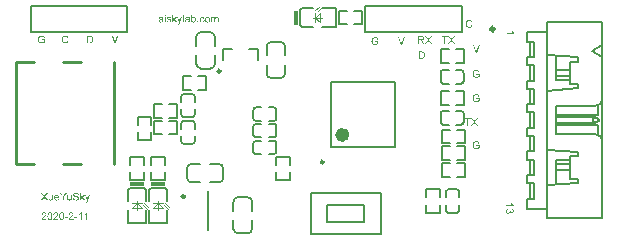
<source format=gto>
G04*
G04 #@! TF.GenerationSoftware,Altium Limited,Altium Designer,20.0.12 (288)*
G04*
G04 Layer_Color=65535*
%FSLAX25Y25*%
%MOIN*%
G70*
G01*
G75*
%ADD10C,0.00787*%
%ADD11C,0.01181*%
%ADD12C,0.00984*%
%ADD13C,0.02362*%
%ADD14C,0.00394*%
%ADD15C,0.00591*%
%ADD16C,0.01000*%
%ADD17R,0.04724X0.01181*%
%ADD18R,0.01181X0.04724*%
G36*
X164738Y11610D02*
X164745Y11603D01*
X164749Y11588D01*
X164760Y11570D01*
X164771Y11548D01*
X164786Y11522D01*
X164823Y11459D01*
X164864Y11385D01*
X164916Y11311D01*
X164975Y11233D01*
X165038Y11155D01*
X165041Y11152D01*
X165045Y11148D01*
X165056Y11137D01*
X165067Y11122D01*
X165104Y11089D01*
X165149Y11044D01*
X165200Y11000D01*
X165260Y10952D01*
X165319Y10911D01*
X165382Y10874D01*
Y10671D01*
X162810D01*
Y10985D01*
X164812D01*
X164808Y10989D01*
X164793Y11007D01*
X164771Y11030D01*
X164745Y11067D01*
X164712Y11107D01*
X164675Y11159D01*
X164634Y11218D01*
X164594Y11285D01*
Y11289D01*
X164590Y11292D01*
X164575Y11315D01*
X164557Y11351D01*
X164534Y11396D01*
X164508Y11448D01*
X164483Y11503D01*
X164457Y11559D01*
X164435Y11614D01*
X164738D01*
Y11610D01*
D02*
G37*
G36*
X163528Y9546D02*
X163524D01*
X163517Y9542D01*
X163502Y9539D01*
X163484Y9535D01*
X163461Y9531D01*
X163435Y9524D01*
X163380Y9505D01*
X163313Y9479D01*
X163251Y9446D01*
X163191Y9409D01*
X163139Y9365D01*
X163136Y9357D01*
X163121Y9342D01*
X163102Y9313D01*
X163084Y9276D01*
X163062Y9231D01*
X163043Y9176D01*
X163029Y9113D01*
X163025Y9046D01*
Y9024D01*
X163029Y9009D01*
X163032Y8969D01*
X163043Y8917D01*
X163062Y8858D01*
X163088Y8795D01*
X163125Y8732D01*
X163177Y8673D01*
X163184Y8665D01*
X163206Y8647D01*
X163239Y8625D01*
X163284Y8595D01*
X163339Y8565D01*
X163402Y8543D01*
X163476Y8525D01*
X163558Y8517D01*
X163561D01*
X163569D01*
X163580D01*
X163595Y8521D01*
X163635Y8525D01*
X163683Y8536D01*
X163743Y8551D01*
X163802Y8576D01*
X163861Y8613D01*
X163917Y8662D01*
X163924Y8669D01*
X163939Y8687D01*
X163961Y8717D01*
X163987Y8758D01*
X164013Y8810D01*
X164035Y8873D01*
X164050Y8943D01*
X164057Y9020D01*
Y9054D01*
X164053Y9080D01*
X164050Y9113D01*
X164042Y9150D01*
X164035Y9194D01*
X164024Y9243D01*
X164301Y9206D01*
Y9187D01*
X164298Y9172D01*
Y9124D01*
X164305Y9083D01*
X164312Y9035D01*
X164323Y8980D01*
X164342Y8917D01*
X164368Y8858D01*
X164401Y8795D01*
Y8791D01*
X164405Y8787D01*
X164420Y8769D01*
X164446Y8743D01*
X164479Y8713D01*
X164527Y8684D01*
X164583Y8658D01*
X164645Y8639D01*
X164682Y8632D01*
X164723D01*
X164727D01*
X164731D01*
X164753D01*
X164782Y8639D01*
X164823Y8647D01*
X164867Y8662D01*
X164916Y8680D01*
X164964Y8710D01*
X165008Y8750D01*
X165012Y8754D01*
X165026Y8773D01*
X165045Y8799D01*
X165067Y8832D01*
X165086Y8876D01*
X165104Y8928D01*
X165119Y8987D01*
X165123Y9054D01*
Y9083D01*
X165115Y9117D01*
X165108Y9161D01*
X165093Y9209D01*
X165075Y9257D01*
X165045Y9309D01*
X165008Y9357D01*
X165004Y9361D01*
X164986Y9376D01*
X164960Y9398D01*
X164923Y9424D01*
X164875Y9450D01*
X164816Y9476D01*
X164745Y9498D01*
X164664Y9513D01*
X164719Y9827D01*
X164723D01*
X164734Y9823D01*
X164749Y9820D01*
X164771Y9816D01*
X164797Y9809D01*
X164827Y9798D01*
X164897Y9775D01*
X164978Y9738D01*
X165060Y9694D01*
X165138Y9638D01*
X165208Y9568D01*
X165211Y9564D01*
X165215Y9557D01*
X165223Y9546D01*
X165234Y9531D01*
X165249Y9513D01*
X165263Y9487D01*
X165278Y9461D01*
X165297Y9427D01*
X165326Y9353D01*
X165356Y9268D01*
X165374Y9168D01*
X165382Y9117D01*
Y9024D01*
X165378Y8984D01*
X165371Y8935D01*
X165359Y8876D01*
X165341Y8810D01*
X165319Y8743D01*
X165289Y8676D01*
Y8673D01*
X165286Y8669D01*
X165274Y8647D01*
X165252Y8613D01*
X165226Y8576D01*
X165189Y8532D01*
X165149Y8488D01*
X165101Y8443D01*
X165045Y8406D01*
X165038Y8403D01*
X165019Y8392D01*
X164986Y8377D01*
X164945Y8358D01*
X164897Y8340D01*
X164841Y8325D01*
X164779Y8314D01*
X164716Y8310D01*
X164708D01*
X164686D01*
X164656Y8314D01*
X164616Y8321D01*
X164568Y8332D01*
X164516Y8351D01*
X164464Y8373D01*
X164412Y8403D01*
X164405Y8406D01*
X164390Y8417D01*
X164364Y8440D01*
X164335Y8469D01*
X164301Y8506D01*
X164264Y8551D01*
X164231Y8602D01*
X164198Y8665D01*
Y8662D01*
X164194Y8654D01*
X164190Y8643D01*
X164187Y8628D01*
X164172Y8588D01*
X164150Y8536D01*
X164120Y8477D01*
X164083Y8417D01*
X164035Y8362D01*
X163979Y8310D01*
X163972Y8306D01*
X163950Y8292D01*
X163913Y8269D01*
X163865Y8247D01*
X163805Y8225D01*
X163735Y8203D01*
X163654Y8188D01*
X163565Y8184D01*
X163561D01*
X163550D01*
X163532D01*
X163510Y8188D01*
X163480Y8192D01*
X163447Y8199D01*
X163410Y8207D01*
X163369Y8214D01*
X163280Y8243D01*
X163232Y8266D01*
X163188Y8288D01*
X163139Y8318D01*
X163091Y8351D01*
X163043Y8388D01*
X162999Y8432D01*
X162995Y8436D01*
X162988Y8443D01*
X162977Y8458D01*
X162962Y8477D01*
X162943Y8499D01*
X162925Y8528D01*
X162903Y8562D01*
X162884Y8602D01*
X162862Y8643D01*
X162840Y8691D01*
X162821Y8739D01*
X162803Y8795D01*
X162788Y8854D01*
X162777Y8917D01*
X162769Y8980D01*
X162766Y9050D01*
Y9083D01*
X162769Y9106D01*
X162773Y9135D01*
X162777Y9168D01*
X162784Y9206D01*
X162792Y9246D01*
X162814Y9335D01*
X162851Y9427D01*
X162873Y9476D01*
X162899Y9520D01*
X162932Y9564D01*
X162966Y9609D01*
X162969Y9612D01*
X162977Y9620D01*
X162988Y9631D01*
X163003Y9642D01*
X163021Y9661D01*
X163047Y9679D01*
X163073Y9701D01*
X163106Y9724D01*
X163143Y9746D01*
X163180Y9768D01*
X163269Y9809D01*
X163373Y9842D01*
X163428Y9853D01*
X163487Y9860D01*
X163528Y9546D01*
D02*
G37*
G36*
X164935Y69091D02*
X164942Y69083D01*
X164946Y69069D01*
X164957Y69050D01*
X164968Y69028D01*
X164983Y69002D01*
X165020Y68939D01*
X165061Y68865D01*
X165112Y68791D01*
X165172Y68713D01*
X165234Y68636D01*
X165238Y68632D01*
X165242Y68628D01*
X165253Y68617D01*
X165264Y68602D01*
X165301Y68569D01*
X165346Y68525D01*
X165397Y68480D01*
X165456Y68432D01*
X165516Y68392D01*
X165579Y68354D01*
Y68151D01*
X163007D01*
Y68466D01*
X165009D01*
X165005Y68469D01*
X164990Y68488D01*
X164968Y68510D01*
X164942Y68547D01*
X164909Y68588D01*
X164872Y68639D01*
X164831Y68699D01*
X164790Y68765D01*
Y68769D01*
X164787Y68773D01*
X164772Y68795D01*
X164753Y68832D01*
X164731Y68876D01*
X164705Y68928D01*
X164680Y68984D01*
X164654Y69039D01*
X164631Y69095D01*
X164935D01*
Y69091D01*
D02*
G37*
G36*
X150608Y72730D02*
X150640Y72727D01*
X150680Y72723D01*
X150721Y72719D01*
X150768Y72708D01*
X150866Y72686D01*
X150975Y72654D01*
X151030Y72632D01*
X151081Y72606D01*
X151132Y72574D01*
X151183Y72541D01*
X151187Y72537D01*
X151194Y72534D01*
X151208Y72523D01*
X151226Y72504D01*
X151245Y72486D01*
X151270Y72461D01*
X151296Y72432D01*
X151325Y72403D01*
X151354Y72366D01*
X151383Y72322D01*
X151416Y72279D01*
X151445Y72231D01*
X151470Y72177D01*
X151499Y72122D01*
X151521Y72064D01*
X151543Y71999D01*
X151216Y71922D01*
Y71926D01*
X151212Y71933D01*
X151205Y71947D01*
X151197Y71966D01*
X151190Y71987D01*
X151179Y72017D01*
X151150Y72075D01*
X151114Y72140D01*
X151070Y72206D01*
X151015Y72268D01*
X150957Y72322D01*
X150950Y72330D01*
X150928Y72344D01*
X150892Y72363D01*
X150844Y72388D01*
X150783Y72410D01*
X150713Y72432D01*
X150630Y72446D01*
X150539Y72450D01*
X150510D01*
X150491Y72446D01*
X150466D01*
X150437Y72443D01*
X150367Y72432D01*
X150291Y72417D01*
X150211Y72392D01*
X150127Y72355D01*
X150051Y72308D01*
X150047D01*
X150044Y72301D01*
X150018Y72282D01*
X149985Y72253D01*
X149945Y72210D01*
X149898Y72155D01*
X149854Y72093D01*
X149814Y72017D01*
X149778Y71933D01*
Y71929D01*
X149774Y71922D01*
X149771Y71911D01*
X149767Y71893D01*
X149760Y71871D01*
X149752Y71846D01*
X149741Y71784D01*
X149727Y71711D01*
X149712Y71631D01*
X149705Y71544D01*
X149701Y71449D01*
Y71445D01*
Y71434D01*
Y71416D01*
Y71394D01*
X149705Y71369D01*
Y71336D01*
X149709Y71300D01*
X149712Y71259D01*
X149723Y71172D01*
X149741Y71078D01*
X149763Y70983D01*
X149792Y70888D01*
Y70885D01*
X149796Y70877D01*
X149803Y70866D01*
X149811Y70848D01*
X149832Y70805D01*
X149865Y70754D01*
X149905Y70695D01*
X149956Y70634D01*
X150014Y70579D01*
X150084Y70528D01*
X150087D01*
X150094Y70524D01*
X150105Y70517D01*
X150120Y70510D01*
X150138Y70502D01*
X150160Y70491D01*
X150211Y70470D01*
X150277Y70448D01*
X150349Y70430D01*
X150429Y70415D01*
X150513Y70411D01*
X150539D01*
X150560Y70415D01*
X150586D01*
X150611Y70419D01*
X150677Y70433D01*
X150753Y70451D01*
X150830Y70481D01*
X150910Y70521D01*
X150950Y70543D01*
X150986Y70572D01*
X150990Y70575D01*
X150994Y70579D01*
X151005Y70590D01*
X151019Y70601D01*
X151034Y70619D01*
X151052Y70641D01*
X151074Y70663D01*
X151092Y70692D01*
X151114Y70724D01*
X151139Y70761D01*
X151161Y70797D01*
X151183Y70841D01*
X151201Y70888D01*
X151219Y70939D01*
X151237Y70994D01*
X151252Y71052D01*
X151587Y70968D01*
Y70965D01*
X151583Y70950D01*
X151576Y70928D01*
X151565Y70899D01*
X151554Y70866D01*
X151540Y70826D01*
X151521Y70783D01*
X151499Y70735D01*
X151449Y70634D01*
X151383Y70531D01*
X151343Y70481D01*
X151303Y70430D01*
X151259Y70386D01*
X151208Y70342D01*
X151205Y70339D01*
X151197Y70331D01*
X151179Y70324D01*
X151161Y70310D01*
X151132Y70291D01*
X151103Y70273D01*
X151063Y70255D01*
X151023Y70237D01*
X150975Y70215D01*
X150924Y70197D01*
X150870Y70179D01*
X150812Y70160D01*
X150750Y70146D01*
X150684Y70138D01*
X150615Y70131D01*
X150542Y70127D01*
X150502D01*
X150473Y70131D01*
X150440D01*
X150400Y70135D01*
X150357Y70142D01*
X150306Y70149D01*
X150200Y70167D01*
X150091Y70197D01*
X149982Y70237D01*
X149931Y70262D01*
X149880Y70291D01*
X149876Y70295D01*
X149869Y70299D01*
X149854Y70310D01*
X149840Y70324D01*
X149818Y70339D01*
X149792Y70360D01*
X149763Y70386D01*
X149734Y70415D01*
X149705Y70448D01*
X149672Y70481D01*
X149607Y70564D01*
X149545Y70663D01*
X149490Y70772D01*
Y70775D01*
X149483Y70786D01*
X149479Y70805D01*
X149468Y70826D01*
X149461Y70855D01*
X149450Y70892D01*
X149436Y70932D01*
X149425Y70976D01*
X149414Y71023D01*
X149399Y71078D01*
X149381Y71190D01*
X149366Y71318D01*
X149359Y71449D01*
Y71452D01*
Y71467D01*
Y71489D01*
X149363Y71514D01*
Y71551D01*
X149366Y71587D01*
X149370Y71635D01*
X149377Y71682D01*
X149396Y71787D01*
X149421Y71904D01*
X149458Y72020D01*
X149509Y72133D01*
X149512Y72137D01*
X149516Y72148D01*
X149523Y72162D01*
X149538Y72180D01*
X149552Y72206D01*
X149570Y72235D01*
X149618Y72301D01*
X149680Y72373D01*
X149752Y72446D01*
X149836Y72519D01*
X149934Y72581D01*
X149938Y72584D01*
X149949Y72588D01*
X149963Y72595D01*
X149982Y72606D01*
X150011Y72617D01*
X150040Y72628D01*
X150076Y72643D01*
X150116Y72657D01*
X150160Y72672D01*
X150207Y72686D01*
X150309Y72708D01*
X150426Y72727D01*
X150546Y72734D01*
X150582D01*
X150608Y72730D01*
D02*
G37*
G36*
X134701Y62262D02*
X134774Y62258D01*
X134846Y62251D01*
X134919Y62240D01*
X134981Y62229D01*
X134985D01*
X134992Y62225D01*
X135003D01*
X135017Y62218D01*
X135057Y62207D01*
X135108Y62189D01*
X135167Y62164D01*
X135228Y62131D01*
X135290Y62094D01*
X135349Y62047D01*
X135352Y62043D01*
X135356Y62040D01*
X135367Y62029D01*
X135381Y62018D01*
X135418Y61981D01*
X135461Y61931D01*
X135509Y61869D01*
X135560Y61796D01*
X135607Y61712D01*
X135647Y61617D01*
Y61614D01*
X135651Y61607D01*
X135658Y61592D01*
X135662Y61570D01*
X135672Y61545D01*
X135680Y61515D01*
X135687Y61483D01*
X135698Y61443D01*
X135709Y61403D01*
X135716Y61355D01*
X135734Y61253D01*
X135745Y61141D01*
X135749Y61017D01*
Y61013D01*
Y61006D01*
Y60988D01*
Y60970D01*
X135745Y60944D01*
Y60915D01*
X135742Y60846D01*
X135731Y60766D01*
X135720Y60682D01*
X135702Y60595D01*
X135680Y60507D01*
Y60504D01*
X135676Y60496D01*
X135672Y60485D01*
X135669Y60471D01*
X135654Y60431D01*
X135633Y60380D01*
X135611Y60322D01*
X135582Y60263D01*
X135545Y60202D01*
X135509Y60143D01*
X135505Y60136D01*
X135491Y60118D01*
X135469Y60092D01*
X135440Y60060D01*
X135407Y60023D01*
X135367Y59987D01*
X135327Y59947D01*
X135279Y59914D01*
X135272Y59910D01*
X135258Y59899D01*
X135232Y59885D01*
X135196Y59867D01*
X135152Y59845D01*
X135101Y59827D01*
X135043Y59805D01*
X134977Y59786D01*
X134970D01*
X134959Y59783D01*
X134948Y59779D01*
X134912Y59776D01*
X134861Y59768D01*
X134803Y59761D01*
X134733Y59754D01*
X134657Y59750D01*
X134573Y59746D01*
X133667D01*
Y62265D01*
X134635D01*
X134701Y62262D01*
D02*
G37*
G36*
X49373Y74104D02*
X49064D01*
Y74457D01*
X49373D01*
Y74104D01*
D02*
G37*
G36*
X66485Y73801D02*
X66510D01*
X66536Y73798D01*
X66598Y73787D01*
X66663Y73769D01*
X66732Y73740D01*
X66802Y73703D01*
X66860Y73652D01*
X66867Y73645D01*
X66882Y73623D01*
X66907Y73590D01*
X66918Y73565D01*
X66933Y73540D01*
X66947Y73507D01*
X66958Y73474D01*
X66973Y73438D01*
X66984Y73394D01*
X66991Y73350D01*
X66998Y73299D01*
X67005Y73248D01*
Y73190D01*
Y71938D01*
X66696D01*
Y73084D01*
Y73088D01*
Y73092D01*
Y73114D01*
Y73146D01*
X66692Y73186D01*
X66689Y73230D01*
X66685Y73274D01*
X66678Y73317D01*
X66667Y73350D01*
Y73354D01*
X66660Y73365D01*
X66652Y73379D01*
X66641Y73397D01*
X66627Y73419D01*
X66609Y73441D01*
X66587Y73463D01*
X66558Y73485D01*
X66554Y73488D01*
X66543Y73492D01*
X66529Y73499D01*
X66503Y73510D01*
X66478Y73521D01*
X66445Y73528D01*
X66412Y73532D01*
X66372Y73536D01*
X66354D01*
X66339Y73532D01*
X66303Y73528D01*
X66259Y73521D01*
X66208Y73503D01*
X66154Y73481D01*
X66099Y73448D01*
X66048Y73405D01*
X66044Y73397D01*
X66030Y73379D01*
X66008Y73350D01*
X65986Y73307D01*
X65961Y73248D01*
X65943Y73179D01*
X65928Y73095D01*
X65921Y72997D01*
Y71938D01*
X65611D01*
Y73121D01*
Y73124D01*
Y73132D01*
Y73139D01*
Y73154D01*
X65608Y73194D01*
X65600Y73237D01*
X65593Y73288D01*
X65579Y73339D01*
X65560Y73387D01*
X65535Y73430D01*
X65531Y73434D01*
X65520Y73448D01*
X65502Y73463D01*
X65477Y73485D01*
X65444Y73503D01*
X65400Y73521D01*
X65349Y73532D01*
X65287Y73536D01*
X65266D01*
X65240Y73532D01*
X65211Y73528D01*
X65175Y73518D01*
X65131Y73507D01*
X65091Y73488D01*
X65047Y73467D01*
X65043Y73463D01*
X65029Y73452D01*
X65011Y73438D01*
X64985Y73416D01*
X64960Y73387D01*
X64934Y73350D01*
X64909Y73310D01*
X64887Y73263D01*
X64883Y73255D01*
X64880Y73237D01*
X64872Y73208D01*
X64862Y73168D01*
X64851Y73114D01*
X64843Y73048D01*
X64840Y72972D01*
X64836Y72884D01*
Y71938D01*
X64527D01*
Y73765D01*
X64803D01*
Y73503D01*
X64807Y73510D01*
X64818Y73525D01*
X64840Y73550D01*
X64865Y73580D01*
X64898Y73616D01*
X64938Y73652D01*
X64982Y73689D01*
X65033Y73721D01*
X65040Y73725D01*
X65058Y73736D01*
X65087Y73747D01*
X65127Y73765D01*
X65175Y73780D01*
X65229Y73791D01*
X65291Y73801D01*
X65356Y73805D01*
X65389D01*
X65429Y73801D01*
X65473Y73794D01*
X65528Y73783D01*
X65582Y73769D01*
X65637Y73747D01*
X65688Y73718D01*
X65695Y73714D01*
X65710Y73703D01*
X65731Y73685D01*
X65761Y73656D01*
X65790Y73623D01*
X65822Y73583D01*
X65852Y73536D01*
X65873Y73481D01*
X65877Y73485D01*
X65884Y73496D01*
X65895Y73510D01*
X65913Y73532D01*
X65935Y73558D01*
X65961Y73583D01*
X65990Y73612D01*
X66026Y73645D01*
X66066Y73674D01*
X66106Y73703D01*
X66154Y73729D01*
X66205Y73754D01*
X66259Y73776D01*
X66317Y73791D01*
X66376Y73801D01*
X66441Y73805D01*
X66467D01*
X66485Y73801D01*
D02*
G37*
G36*
X50520D02*
X50574Y73798D01*
X50633Y73791D01*
X50695Y73776D01*
X50760Y73761D01*
X50822Y73740D01*
X50826D01*
X50829Y73736D01*
X50848Y73729D01*
X50877Y73714D01*
X50913Y73696D01*
X50953Y73671D01*
X50993Y73641D01*
X51029Y73609D01*
X51062Y73572D01*
X51066Y73569D01*
X51073Y73554D01*
X51088Y73528D01*
X51106Y73499D01*
X51124Y73456D01*
X51142Y73408D01*
X51157Y73354D01*
X51171Y73292D01*
X50869Y73252D01*
Y73259D01*
X50866Y73274D01*
X50858Y73299D01*
X50848Y73332D01*
X50829Y73365D01*
X50807Y73401D01*
X50782Y73438D01*
X50746Y73470D01*
X50742Y73474D01*
X50727Y73481D01*
X50705Y73496D01*
X50673Y73510D01*
X50636Y73525D01*
X50589Y73540D01*
X50531Y73547D01*
X50469Y73550D01*
X50432D01*
X50396Y73547D01*
X50349Y73543D01*
X50301Y73532D01*
X50251Y73521D01*
X50203Y73503D01*
X50163Y73478D01*
X50160Y73474D01*
X50149Y73467D01*
X50134Y73452D01*
X50120Y73430D01*
X50101Y73408D01*
X50087Y73379D01*
X50076Y73347D01*
X50072Y73314D01*
Y73310D01*
Y73303D01*
X50076Y73292D01*
Y73277D01*
X50087Y73241D01*
X50109Y73205D01*
X50112Y73201D01*
X50116Y73197D01*
X50123Y73186D01*
X50138Y73176D01*
X50152Y73164D01*
X50174Y73150D01*
X50200Y73139D01*
X50229Y73124D01*
X50232D01*
X50240Y73121D01*
X50254Y73117D01*
X50280Y73106D01*
X50316Y73095D01*
X50363Y73084D01*
X50393Y73074D01*
X50425Y73066D01*
X50462Y73055D01*
X50502Y73044D01*
X50505D01*
X50516Y73041D01*
X50534Y73037D01*
X50556Y73030D01*
X50582Y73023D01*
X50615Y73015D01*
X50684Y72993D01*
X50760Y72972D01*
X50837Y72946D01*
X50906Y72921D01*
X50935Y72910D01*
X50960Y72899D01*
X50968Y72895D01*
X50982Y72888D01*
X51004Y72877D01*
X51037Y72859D01*
X51069Y72837D01*
X51102Y72808D01*
X51135Y72775D01*
X51164Y72739D01*
X51168Y72735D01*
X51175Y72720D01*
X51190Y72699D01*
X51204Y72666D01*
X51215Y72626D01*
X51230Y72582D01*
X51237Y72531D01*
X51241Y72473D01*
Y72466D01*
Y72448D01*
X51237Y72418D01*
X51230Y72378D01*
X51219Y72335D01*
X51201Y72287D01*
X51179Y72233D01*
X51150Y72182D01*
X51146Y72175D01*
X51131Y72160D01*
X51113Y72134D01*
X51084Y72105D01*
X51044Y72072D01*
X51000Y72036D01*
X50949Y72003D01*
X50888Y71971D01*
X50884D01*
X50880Y71967D01*
X50858Y71960D01*
X50822Y71949D01*
X50775Y71934D01*
X50716Y71920D01*
X50651Y71909D01*
X50582Y71902D01*
X50502Y71898D01*
X50469D01*
X50443Y71902D01*
X50414D01*
X50378Y71905D01*
X50341Y71909D01*
X50301Y71916D01*
X50214Y71934D01*
X50123Y71960D01*
X50036Y71996D01*
X49996Y72018D01*
X49959Y72043D01*
X49956Y72047D01*
X49952Y72051D01*
X49930Y72072D01*
X49897Y72105D01*
X49861Y72156D01*
X49821Y72218D01*
X49781Y72291D01*
X49748Y72382D01*
X49723Y72484D01*
X50029Y72531D01*
Y72527D01*
Y72524D01*
X50036Y72502D01*
X50043Y72466D01*
X50058Y72426D01*
X50076Y72382D01*
X50098Y72335D01*
X50130Y72287D01*
X50170Y72247D01*
X50178Y72244D01*
X50192Y72233D01*
X50221Y72218D01*
X50258Y72200D01*
X50305Y72182D01*
X50360Y72167D01*
X50425Y72156D01*
X50502Y72153D01*
X50538D01*
X50574Y72156D01*
X50622Y72163D01*
X50673Y72175D01*
X50727Y72189D01*
X50775Y72207D01*
X50818Y72236D01*
X50822Y72240D01*
X50837Y72251D01*
X50851Y72269D01*
X50873Y72295D01*
X50891Y72324D01*
X50909Y72360D01*
X50920Y72396D01*
X50924Y72440D01*
Y72444D01*
Y72458D01*
X50920Y72477D01*
X50913Y72502D01*
X50902Y72527D01*
X50884Y72553D01*
X50862Y72582D01*
X50829Y72604D01*
X50826Y72608D01*
X50815Y72611D01*
X50797Y72622D01*
X50767Y72633D01*
X50724Y72648D01*
X50698Y72659D01*
X50669Y72666D01*
X50636Y72677D01*
X50600Y72688D01*
X50560Y72699D01*
X50513Y72710D01*
X50509D01*
X50498Y72713D01*
X50480Y72717D01*
X50458Y72724D01*
X50429Y72731D01*
X50396Y72742D01*
X50327Y72760D01*
X50247Y72786D01*
X50170Y72808D01*
X50098Y72833D01*
X50065Y72848D01*
X50039Y72859D01*
X50032Y72862D01*
X50018Y72870D01*
X49996Y72884D01*
X49967Y72903D01*
X49934Y72928D01*
X49901Y72957D01*
X49868Y72990D01*
X49839Y73030D01*
X49836Y73033D01*
X49828Y73048D01*
X49817Y73074D01*
X49806Y73103D01*
X49795Y73139D01*
X49785Y73183D01*
X49777Y73226D01*
X49774Y73277D01*
Y73285D01*
Y73299D01*
X49777Y73321D01*
X49781Y73354D01*
X49788Y73387D01*
X49795Y73427D01*
X49810Y73463D01*
X49828Y73503D01*
X49832Y73507D01*
X49839Y73521D01*
X49850Y73540D01*
X49868Y73565D01*
X49890Y73590D01*
X49916Y73623D01*
X49945Y73652D01*
X49981Y73678D01*
X49985Y73681D01*
X49996Y73685D01*
X50010Y73696D01*
X50032Y73707D01*
X50061Y73721D01*
X50094Y73736D01*
X50134Y73751D01*
X50178Y73765D01*
X50185Y73769D01*
X50200Y73772D01*
X50225Y73780D01*
X50258Y73787D01*
X50298Y73794D01*
X50341Y73798D01*
X50393Y73805D01*
X50480D01*
X50520Y73801D01*
D02*
G37*
G36*
X61600D02*
X61622D01*
X61651Y73798D01*
X61720Y73787D01*
X61797Y73769D01*
X61877Y73740D01*
X61957Y73703D01*
X62033Y73652D01*
X62037D01*
X62041Y73645D01*
X62062Y73623D01*
X62095Y73590D01*
X62135Y73543D01*
X62175Y73485D01*
X62215Y73412D01*
X62252Y73328D01*
X62277Y73230D01*
X61975Y73183D01*
Y73186D01*
X61971Y73190D01*
X61968Y73212D01*
X61957Y73245D01*
X61939Y73285D01*
X61920Y73328D01*
X61891Y73376D01*
X61858Y73419D01*
X61822Y73456D01*
X61818Y73459D01*
X61804Y73470D01*
X61778Y73485D01*
X61749Y73503D01*
X61709Y73521D01*
X61666Y73536D01*
X61615Y73547D01*
X61560Y73550D01*
X61538D01*
X61520Y73547D01*
X61480Y73543D01*
X61425Y73528D01*
X61367Y73510D01*
X61302Y73481D01*
X61240Y73438D01*
X61211Y73412D01*
X61181Y73383D01*
Y73379D01*
X61174Y73376D01*
X61167Y73365D01*
X61160Y73350D01*
X61149Y73332D01*
X61134Y73310D01*
X61123Y73285D01*
X61109Y73255D01*
X61094Y73219D01*
X61083Y73179D01*
X61069Y73135D01*
X61058Y73088D01*
X61050Y73037D01*
X61043Y72979D01*
X61036Y72917D01*
Y72852D01*
Y72848D01*
Y72837D01*
Y72815D01*
X61040Y72793D01*
Y72760D01*
X61043Y72728D01*
X61054Y72648D01*
X61069Y72560D01*
X61094Y72469D01*
X61127Y72389D01*
X61149Y72349D01*
X61174Y72316D01*
X61181Y72309D01*
X61200Y72291D01*
X61232Y72265D01*
X61272Y72236D01*
X61327Y72204D01*
X61389Y72178D01*
X61462Y72160D01*
X61502Y72156D01*
X61542Y72153D01*
X61549D01*
X61571Y72156D01*
X61607Y72160D01*
X61647Y72167D01*
X61695Y72178D01*
X61746Y72200D01*
X61797Y72225D01*
X61844Y72262D01*
X61851Y72265D01*
X61862Y72284D01*
X61884Y72309D01*
X61909Y72349D01*
X61935Y72396D01*
X61964Y72455D01*
X61986Y72527D01*
X62000Y72608D01*
X62306Y72568D01*
Y72564D01*
X62303Y72553D01*
X62299Y72539D01*
X62295Y72517D01*
X62288Y72487D01*
X62281Y72458D01*
X62255Y72386D01*
X62222Y72309D01*
X62175Y72225D01*
X62117Y72145D01*
X62084Y72109D01*
X62048Y72072D01*
X62044Y72069D01*
X62037Y72065D01*
X62026Y72058D01*
X62011Y72047D01*
X61993Y72032D01*
X61968Y72018D01*
X61939Y72003D01*
X61909Y71985D01*
X61837Y71952D01*
X61749Y71927D01*
X61655Y71905D01*
X61600Y71902D01*
X61545Y71898D01*
X61509D01*
X61484Y71902D01*
X61451Y71905D01*
X61414Y71912D01*
X61374Y71920D01*
X61331Y71927D01*
X61232Y71956D01*
X61185Y71978D01*
X61134Y72000D01*
X61083Y72029D01*
X61036Y72062D01*
X60988Y72098D01*
X60945Y72142D01*
X60941Y72145D01*
X60934Y72153D01*
X60923Y72167D01*
X60908Y72185D01*
X60894Y72211D01*
X60872Y72244D01*
X60854Y72280D01*
X60832Y72320D01*
X60810Y72367D01*
X60792Y72422D01*
X60770Y72477D01*
X60756Y72542D01*
X60741Y72608D01*
X60730Y72684D01*
X60723Y72760D01*
X60719Y72844D01*
Y72848D01*
Y72859D01*
Y72873D01*
Y72895D01*
X60723Y72921D01*
Y72950D01*
X60726Y72983D01*
X60730Y73019D01*
X60741Y73099D01*
X60759Y73186D01*
X60781Y73274D01*
X60814Y73361D01*
Y73365D01*
X60817Y73372D01*
X60825Y73383D01*
X60832Y73397D01*
X60854Y73438D01*
X60887Y73485D01*
X60930Y73540D01*
X60981Y73594D01*
X61043Y73649D01*
X61112Y73692D01*
X61116D01*
X61123Y73696D01*
X61134Y73703D01*
X61149Y73711D01*
X61167Y73718D01*
X61189Y73729D01*
X61243Y73751D01*
X61305Y73769D01*
X61382Y73787D01*
X61462Y73801D01*
X61549Y73805D01*
X61578D01*
X61600Y73801D01*
D02*
G37*
G36*
X54171Y71909D02*
Y71905D01*
X54167Y71894D01*
X54160Y71880D01*
X54153Y71861D01*
X54142Y71836D01*
X54131Y71807D01*
X54105Y71745D01*
X54080Y71676D01*
X54051Y71607D01*
X54022Y71545D01*
X54007Y71519D01*
X53996Y71494D01*
X53992Y71487D01*
X53982Y71468D01*
X53963Y71443D01*
X53942Y71410D01*
X53912Y71374D01*
X53880Y71337D01*
X53847Y71301D01*
X53807Y71272D01*
X53803Y71268D01*
X53789Y71261D01*
X53767Y71250D01*
X53734Y71235D01*
X53698Y71221D01*
X53654Y71210D01*
X53607Y71203D01*
X53552Y71199D01*
X53537D01*
X53519Y71203D01*
X53494D01*
X53465Y71210D01*
X53432Y71217D01*
X53395Y71224D01*
X53355Y71239D01*
X53323Y71526D01*
X53326D01*
X53341Y71523D01*
X53359Y71519D01*
X53381Y71512D01*
X53439Y71501D01*
X53497Y71497D01*
X53516D01*
X53534Y71501D01*
X53556D01*
X53610Y71512D01*
X53636Y71523D01*
X53661Y71534D01*
X53665D01*
X53672Y71541D01*
X53683Y71548D01*
X53698Y71559D01*
X53730Y71588D01*
X53759Y71628D01*
Y71632D01*
X53767Y71639D01*
X53774Y71654D01*
X53781Y71676D01*
X53796Y71705D01*
X53810Y71749D01*
X53832Y71799D01*
X53854Y71861D01*
Y71865D01*
X53861Y71880D01*
X53869Y71905D01*
X53883Y71938D01*
X53192Y73765D01*
X53519D01*
X53901Y72706D01*
Y72702D01*
X53905Y72699D01*
X53909Y72688D01*
X53912Y72670D01*
X53920Y72651D01*
X53927Y72629D01*
X53945Y72579D01*
X53967Y72517D01*
X53989Y72444D01*
X54011Y72367D01*
X54032Y72284D01*
Y72287D01*
X54036Y72295D01*
X54040Y72306D01*
X54043Y72320D01*
X54047Y72338D01*
X54054Y72360D01*
X54069Y72415D01*
X54087Y72477D01*
X54113Y72549D01*
X54134Y72622D01*
X54163Y72699D01*
X54557Y73765D01*
X54866D01*
X54171Y71909D01*
D02*
G37*
G36*
X60271Y71938D02*
X59918D01*
Y72291D01*
X60271D01*
Y71938D01*
D02*
G37*
G36*
X56766Y73801D02*
X56821Y73798D01*
X56883Y73791D01*
X56945Y73780D01*
X57006Y73765D01*
X57065Y73747D01*
X57072Y73743D01*
X57090Y73736D01*
X57116Y73725D01*
X57148Y73711D01*
X57185Y73689D01*
X57221Y73667D01*
X57254Y73638D01*
X57283Y73609D01*
X57287Y73605D01*
X57294Y73594D01*
X57305Y73576D01*
X57319Y73554D01*
X57338Y73521D01*
X57352Y73488D01*
X57367Y73448D01*
X57378Y73401D01*
Y73397D01*
X57381Y73387D01*
X57385Y73365D01*
X57389Y73336D01*
Y73296D01*
X57392Y73248D01*
X57396Y73186D01*
Y73117D01*
Y72702D01*
Y72699D01*
Y72684D01*
Y72662D01*
Y72633D01*
Y72600D01*
Y72560D01*
X57399Y72473D01*
Y72382D01*
X57403Y72291D01*
X57407Y72251D01*
Y72215D01*
X57410Y72182D01*
X57414Y72156D01*
Y72153D01*
X57418Y72138D01*
X57421Y72116D01*
X57432Y72087D01*
X57440Y72054D01*
X57454Y72018D01*
X57472Y71978D01*
X57490Y71938D01*
X57166D01*
X57163Y71942D01*
X57159Y71956D01*
X57152Y71974D01*
X57141Y72003D01*
X57130Y72036D01*
X57123Y72076D01*
X57116Y72120D01*
X57108Y72167D01*
X57105D01*
X57101Y72160D01*
X57079Y72142D01*
X57046Y72116D01*
X57003Y72083D01*
X56948Y72051D01*
X56893Y72014D01*
X56835Y71982D01*
X56773Y71956D01*
X56766Y71952D01*
X56744Y71949D01*
X56712Y71938D01*
X56672Y71927D01*
X56621Y71916D01*
X56562Y71909D01*
X56497Y71902D01*
X56431Y71898D01*
X56402D01*
X56380Y71902D01*
X56355D01*
X56326Y71905D01*
X56260Y71916D01*
X56187Y71934D01*
X56107Y71960D01*
X56034Y71996D01*
X55969Y72043D01*
X55962Y72051D01*
X55944Y72069D01*
X55918Y72102D01*
X55889Y72145D01*
X55860Y72200D01*
X55834Y72262D01*
X55816Y72338D01*
X55812Y72375D01*
X55809Y72418D01*
Y72426D01*
Y72440D01*
X55812Y72466D01*
X55816Y72498D01*
X55823Y72539D01*
X55834Y72579D01*
X55849Y72622D01*
X55867Y72662D01*
X55871Y72666D01*
X55878Y72680D01*
X55892Y72702D01*
X55911Y72728D01*
X55933Y72757D01*
X55962Y72786D01*
X55991Y72815D01*
X56027Y72841D01*
X56031Y72844D01*
X56045Y72852D01*
X56064Y72866D01*
X56093Y72881D01*
X56125Y72895D01*
X56165Y72913D01*
X56206Y72928D01*
X56253Y72943D01*
X56257D01*
X56271Y72946D01*
X56293Y72953D01*
X56322Y72957D01*
X56358Y72964D01*
X56406Y72972D01*
X56460Y72983D01*
X56526Y72990D01*
X56529D01*
X56544Y72993D01*
X56562D01*
X56588Y72997D01*
X56617Y73001D01*
X56653Y73008D01*
X56693Y73012D01*
X56737Y73019D01*
X56824Y73037D01*
X56919Y73055D01*
X57003Y73077D01*
X57043Y73088D01*
X57079Y73099D01*
Y73103D01*
Y73110D01*
X57083Y73132D01*
Y73157D01*
Y73172D01*
Y73179D01*
Y73183D01*
Y73186D01*
Y73208D01*
X57079Y73245D01*
X57072Y73285D01*
X57061Y73328D01*
X57043Y73372D01*
X57021Y73412D01*
X56992Y73445D01*
X56988Y73448D01*
X56970Y73463D01*
X56941Y73478D01*
X56904Y73499D01*
X56853Y73518D01*
X56795Y73536D01*
X56722Y73547D01*
X56639Y73550D01*
X56602D01*
X56566Y73547D01*
X56515Y73540D01*
X56464Y73532D01*
X56409Y73518D01*
X56358Y73499D01*
X56315Y73474D01*
X56311Y73470D01*
X56297Y73459D01*
X56278Y73441D01*
X56257Y73412D01*
X56235Y73376D01*
X56209Y73328D01*
X56187Y73270D01*
X56165Y73205D01*
X55863Y73245D01*
Y73248D01*
X55867Y73252D01*
Y73263D01*
X55871Y73277D01*
X55882Y73310D01*
X55896Y73357D01*
X55914Y73405D01*
X55936Y73456D01*
X55965Y73507D01*
X55998Y73554D01*
X56002Y73558D01*
X56016Y73572D01*
X56038Y73594D01*
X56067Y73623D01*
X56107Y73652D01*
X56155Y73681D01*
X56209Y73714D01*
X56271Y73740D01*
X56275D01*
X56278Y73743D01*
X56289Y73747D01*
X56304Y73751D01*
X56340Y73761D01*
X56391Y73772D01*
X56449Y73783D01*
X56522Y73794D01*
X56599Y73801D01*
X56686Y73805D01*
X56726D01*
X56766Y73801D01*
D02*
G37*
G36*
X55434Y71938D02*
X55124D01*
Y74457D01*
X55434D01*
Y71938D01*
D02*
G37*
G36*
X51918Y73019D02*
X52649Y73765D01*
X53053D01*
X52351Y73084D01*
X53123Y71938D01*
X52740D01*
X52132Y72870D01*
X51918Y72662D01*
Y71938D01*
X51608D01*
Y74457D01*
X51918D01*
Y73019D01*
D02*
G37*
G36*
X49373Y71938D02*
X49064D01*
Y73765D01*
X49373D01*
Y71938D01*
D02*
G37*
G36*
X47957Y73801D02*
X48012Y73798D01*
X48074Y73791D01*
X48136Y73780D01*
X48198Y73765D01*
X48256Y73747D01*
X48263Y73743D01*
X48281Y73736D01*
X48307Y73725D01*
X48340Y73711D01*
X48376Y73689D01*
X48412Y73667D01*
X48445Y73638D01*
X48474Y73609D01*
X48478Y73605D01*
X48485Y73594D01*
X48496Y73576D01*
X48511Y73554D01*
X48529Y73521D01*
X48543Y73488D01*
X48558Y73448D01*
X48569Y73401D01*
Y73397D01*
X48572Y73387D01*
X48576Y73365D01*
X48580Y73336D01*
Y73296D01*
X48583Y73248D01*
X48587Y73186D01*
Y73117D01*
Y72702D01*
Y72699D01*
Y72684D01*
Y72662D01*
Y72633D01*
Y72600D01*
Y72560D01*
X48591Y72473D01*
Y72382D01*
X48594Y72291D01*
X48598Y72251D01*
Y72215D01*
X48602Y72182D01*
X48605Y72156D01*
Y72153D01*
X48609Y72138D01*
X48612Y72116D01*
X48623Y72087D01*
X48631Y72054D01*
X48645Y72018D01*
X48663Y71978D01*
X48682Y71938D01*
X48358D01*
X48354Y71942D01*
X48350Y71956D01*
X48343Y71974D01*
X48332Y72003D01*
X48321Y72036D01*
X48314Y72076D01*
X48307Y72120D01*
X48300Y72167D01*
X48296D01*
X48292Y72160D01*
X48270Y72142D01*
X48238Y72116D01*
X48194Y72083D01*
X48139Y72051D01*
X48085Y72014D01*
X48026Y71982D01*
X47965Y71956D01*
X47957Y71952D01*
X47936Y71949D01*
X47903Y71938D01*
X47863Y71927D01*
X47812Y71916D01*
X47754Y71909D01*
X47688Y71902D01*
X47622Y71898D01*
X47593D01*
X47572Y71902D01*
X47546D01*
X47517Y71905D01*
X47451Y71916D01*
X47379Y71934D01*
X47298Y71960D01*
X47226Y71996D01*
X47160Y72043D01*
X47153Y72051D01*
X47135Y72069D01*
X47109Y72102D01*
X47080Y72145D01*
X47051Y72200D01*
X47025Y72262D01*
X47007Y72338D01*
X47004Y72375D01*
X47000Y72418D01*
Y72426D01*
Y72440D01*
X47004Y72466D01*
X47007Y72498D01*
X47015Y72539D01*
X47025Y72579D01*
X47040Y72622D01*
X47058Y72662D01*
X47062Y72666D01*
X47069Y72680D01*
X47084Y72702D01*
X47102Y72728D01*
X47124Y72757D01*
X47153Y72786D01*
X47182Y72815D01*
X47218Y72841D01*
X47222Y72844D01*
X47237Y72852D01*
X47255Y72866D01*
X47284Y72881D01*
X47317Y72895D01*
X47357Y72913D01*
X47397Y72928D01*
X47444Y72943D01*
X47448D01*
X47462Y72946D01*
X47484Y72953D01*
X47513Y72957D01*
X47550Y72964D01*
X47597Y72972D01*
X47652Y72983D01*
X47717Y72990D01*
X47721D01*
X47735Y72993D01*
X47754D01*
X47779Y72997D01*
X47808Y73001D01*
X47844Y73008D01*
X47885Y73012D01*
X47928Y73019D01*
X48016Y73037D01*
X48110Y73055D01*
X48194Y73077D01*
X48234Y73088D01*
X48270Y73099D01*
Y73103D01*
Y73110D01*
X48274Y73132D01*
Y73157D01*
Y73172D01*
Y73179D01*
Y73183D01*
Y73186D01*
Y73208D01*
X48270Y73245D01*
X48263Y73285D01*
X48252Y73328D01*
X48234Y73372D01*
X48212Y73412D01*
X48183Y73445D01*
X48179Y73448D01*
X48161Y73463D01*
X48132Y73478D01*
X48096Y73499D01*
X48045Y73518D01*
X47986Y73536D01*
X47914Y73547D01*
X47830Y73550D01*
X47793D01*
X47757Y73547D01*
X47706Y73540D01*
X47655Y73532D01*
X47601Y73518D01*
X47550Y73499D01*
X47506Y73474D01*
X47502Y73470D01*
X47488Y73459D01*
X47470Y73441D01*
X47448Y73412D01*
X47426Y73376D01*
X47400Y73328D01*
X47379Y73270D01*
X47357Y73205D01*
X47055Y73245D01*
Y73248D01*
X47058Y73252D01*
Y73263D01*
X47062Y73277D01*
X47073Y73310D01*
X47087Y73357D01*
X47106Y73405D01*
X47127Y73456D01*
X47157Y73507D01*
X47189Y73554D01*
X47193Y73558D01*
X47207Y73572D01*
X47229Y73594D01*
X47258Y73623D01*
X47298Y73652D01*
X47346Y73681D01*
X47400Y73714D01*
X47462Y73740D01*
X47466D01*
X47470Y73743D01*
X47480Y73747D01*
X47495Y73751D01*
X47531Y73761D01*
X47582Y73772D01*
X47641Y73783D01*
X47713Y73794D01*
X47790Y73801D01*
X47877Y73805D01*
X47917D01*
X47957Y73801D01*
D02*
G37*
G36*
X63373D02*
X63406Y73798D01*
X63442Y73791D01*
X63482Y73783D01*
X63529Y73776D01*
X63627Y73743D01*
X63678Y73725D01*
X63729Y73700D01*
X63780Y73674D01*
X63831Y73638D01*
X63879Y73601D01*
X63926Y73558D01*
X63930Y73554D01*
X63937Y73547D01*
X63948Y73532D01*
X63962Y73514D01*
X63981Y73488D01*
X64002Y73456D01*
X64024Y73419D01*
X64046Y73379D01*
X64068Y73336D01*
X64090Y73281D01*
X64112Y73226D01*
X64130Y73164D01*
X64144Y73099D01*
X64155Y73030D01*
X64163Y72957D01*
X64166Y72877D01*
Y72873D01*
Y72862D01*
Y72844D01*
Y72819D01*
X64163Y72790D01*
X64159Y72753D01*
Y72717D01*
X64152Y72677D01*
X64141Y72586D01*
X64119Y72495D01*
X64093Y72404D01*
X64057Y72320D01*
Y72316D01*
X64053Y72313D01*
X64046Y72302D01*
X64039Y72287D01*
X64013Y72251D01*
X63981Y72207D01*
X63937Y72156D01*
X63882Y72105D01*
X63820Y72054D01*
X63748Y72007D01*
X63744D01*
X63740Y72003D01*
X63729Y71996D01*
X63711Y71989D01*
X63693Y71982D01*
X63671Y71974D01*
X63617Y71952D01*
X63555Y71934D01*
X63478Y71916D01*
X63398Y71902D01*
X63311Y71898D01*
X63274D01*
X63245Y71902D01*
X63213Y71905D01*
X63176Y71912D01*
X63133Y71920D01*
X63089Y71927D01*
X62990Y71956D01*
X62936Y71978D01*
X62885Y72000D01*
X62834Y72029D01*
X62783Y72062D01*
X62736Y72098D01*
X62688Y72142D01*
X62685Y72145D01*
X62678Y72153D01*
X62667Y72167D01*
X62652Y72189D01*
X62634Y72215D01*
X62616Y72244D01*
X62594Y72280D01*
X62572Y72324D01*
X62550Y72371D01*
X62528Y72426D01*
X62510Y72484D01*
X62492Y72546D01*
X62477Y72615D01*
X62466Y72688D01*
X62459Y72768D01*
X62455Y72852D01*
Y72859D01*
Y72873D01*
X62459Y72899D01*
Y72935D01*
X62463Y72975D01*
X62470Y73026D01*
X62477Y73077D01*
X62492Y73135D01*
X62506Y73194D01*
X62525Y73255D01*
X62546Y73321D01*
X62576Y73383D01*
X62605Y73441D01*
X62645Y73499D01*
X62685Y73554D01*
X62736Y73601D01*
X62739Y73605D01*
X62747Y73609D01*
X62761Y73620D01*
X62779Y73634D01*
X62801Y73649D01*
X62830Y73667D01*
X62859Y73685D01*
X62896Y73703D01*
X62936Y73721D01*
X62980Y73740D01*
X63078Y73772D01*
X63191Y73798D01*
X63249Y73801D01*
X63311Y73805D01*
X63347D01*
X63373Y73801D01*
D02*
G37*
G36*
X58175Y73558D02*
X58178Y73561D01*
X58182Y73569D01*
X58193Y73580D01*
X58211Y73598D01*
X58229Y73616D01*
X58251Y73638D01*
X58280Y73660D01*
X58310Y73681D01*
X58382Y73729D01*
X58466Y73765D01*
X58513Y73783D01*
X58564Y73794D01*
X58619Y73801D01*
X58674Y73805D01*
X58703D01*
X58735Y73801D01*
X58775Y73798D01*
X58823Y73787D01*
X58877Y73776D01*
X58936Y73758D01*
X58990Y73736D01*
X58997Y73732D01*
X59016Y73725D01*
X59045Y73707D01*
X59078Y73685D01*
X59118Y73660D01*
X59158Y73627D01*
X59201Y73587D01*
X59238Y73543D01*
X59241Y73540D01*
X59252Y73521D01*
X59270Y73496D01*
X59292Y73463D01*
X59318Y73419D01*
X59343Y73368D01*
X59369Y73310D01*
X59391Y73248D01*
Y73245D01*
X59394Y73241D01*
X59398Y73230D01*
X59402Y73219D01*
X59409Y73183D01*
X59420Y73135D01*
X59431Y73081D01*
X59442Y73019D01*
X59445Y72950D01*
X59449Y72877D01*
Y72873D01*
Y72855D01*
Y72833D01*
X59445Y72800D01*
X59442Y72760D01*
X59438Y72717D01*
X59431Y72666D01*
X59420Y72611D01*
X59391Y72495D01*
X59372Y72433D01*
X59351Y72375D01*
X59325Y72313D01*
X59292Y72258D01*
X59256Y72204D01*
X59216Y72153D01*
X59212Y72149D01*
X59205Y72142D01*
X59194Y72131D01*
X59176Y72113D01*
X59150Y72094D01*
X59125Y72072D01*
X59096Y72051D01*
X59059Y72025D01*
X59019Y72003D01*
X58979Y71978D01*
X58881Y71938D01*
X58830Y71920D01*
X58775Y71909D01*
X58717Y71902D01*
X58659Y71898D01*
X58644D01*
X58626Y71902D01*
X58604D01*
X58579Y71905D01*
X58546Y71912D01*
X58473Y71931D01*
X58433Y71945D01*
X58393Y71963D01*
X58350Y71985D01*
X58310Y72011D01*
X58266Y72043D01*
X58226Y72080D01*
X58189Y72120D01*
X58153Y72167D01*
Y71938D01*
X57865D01*
Y74457D01*
X58175D01*
Y73558D01*
D02*
G37*
G36*
X19520Y15157D02*
X19545D01*
X19614Y15150D01*
X19691Y15139D01*
X19771Y15121D01*
X19858Y15099D01*
X19938Y15070D01*
X19942D01*
X19949Y15066D01*
X19960Y15059D01*
X19975Y15052D01*
X20011Y15034D01*
X20058Y15001D01*
X20113Y14965D01*
X20168Y14917D01*
X20219Y14863D01*
X20266Y14801D01*
Y14797D01*
X20269Y14793D01*
X20277Y14783D01*
X20284Y14772D01*
X20302Y14735D01*
X20324Y14688D01*
X20350Y14630D01*
X20368Y14560D01*
X20386Y14488D01*
X20393Y14408D01*
X20073Y14382D01*
Y14386D01*
Y14393D01*
X20069Y14404D01*
X20066Y14422D01*
X20055Y14462D01*
X20040Y14517D01*
X20018Y14575D01*
X19986Y14633D01*
X19946Y14688D01*
X19895Y14739D01*
X19887Y14742D01*
X19869Y14757D01*
X19833Y14779D01*
X19785Y14801D01*
X19724Y14822D01*
X19651Y14844D01*
X19560Y14859D01*
X19458Y14863D01*
X19407D01*
X19385Y14859D01*
X19356Y14855D01*
X19290Y14848D01*
X19218Y14833D01*
X19145Y14815D01*
X19076Y14786D01*
X19047Y14768D01*
X19017Y14750D01*
X19010Y14746D01*
X18995Y14731D01*
X18974Y14706D01*
X18952Y14677D01*
X18926Y14637D01*
X18904Y14593D01*
X18890Y14542D01*
X18883Y14484D01*
Y14477D01*
Y14462D01*
X18886Y14437D01*
X18894Y14408D01*
X18904Y14371D01*
X18923Y14335D01*
X18945Y14298D01*
X18977Y14262D01*
X18981Y14258D01*
X18999Y14247D01*
X19014Y14236D01*
X19028Y14229D01*
X19050Y14218D01*
X19076Y14204D01*
X19108Y14193D01*
X19145Y14178D01*
X19185Y14164D01*
X19232Y14145D01*
X19283Y14131D01*
X19341Y14113D01*
X19407Y14098D01*
X19480Y14080D01*
X19483D01*
X19498Y14076D01*
X19520Y14073D01*
X19545Y14065D01*
X19578Y14058D01*
X19618Y14047D01*
X19658Y14036D01*
X19702Y14025D01*
X19796Y14000D01*
X19887Y13974D01*
X19931Y13960D01*
X19971Y13945D01*
X20007Y13934D01*
X20037Y13920D01*
X20040D01*
X20048Y13916D01*
X20058Y13909D01*
X20073Y13902D01*
X20113Y13880D01*
X20160Y13851D01*
X20215Y13811D01*
X20269Y13767D01*
X20321Y13716D01*
X20364Y13661D01*
X20368Y13654D01*
X20382Y13636D01*
X20397Y13603D01*
X20419Y13559D01*
X20437Y13509D01*
X20455Y13447D01*
X20466Y13377D01*
X20470Y13305D01*
Y13301D01*
Y13297D01*
Y13286D01*
Y13272D01*
X20462Y13232D01*
X20455Y13181D01*
X20441Y13123D01*
X20422Y13061D01*
X20393Y12995D01*
X20353Y12926D01*
Y12922D01*
X20350Y12919D01*
X20331Y12897D01*
X20306Y12864D01*
X20269Y12828D01*
X20222Y12784D01*
X20164Y12737D01*
X20098Y12693D01*
X20022Y12653D01*
X20018D01*
X20011Y12649D01*
X20000Y12646D01*
X19986Y12639D01*
X19964Y12631D01*
X19938Y12620D01*
X19880Y12606D01*
X19811Y12588D01*
X19727Y12569D01*
X19636Y12558D01*
X19538Y12555D01*
X19480D01*
X19451Y12558D01*
X19418D01*
X19381Y12562D01*
X19338Y12566D01*
X19247Y12580D01*
X19152Y12595D01*
X19057Y12620D01*
X18966Y12653D01*
X18963D01*
X18956Y12657D01*
X18945Y12664D01*
X18930Y12671D01*
X18886Y12693D01*
X18835Y12726D01*
X18777Y12769D01*
X18715Y12821D01*
X18657Y12882D01*
X18602Y12952D01*
Y12955D01*
X18595Y12962D01*
X18591Y12973D01*
X18580Y12988D01*
X18573Y13006D01*
X18562Y13028D01*
X18537Y13083D01*
X18511Y13152D01*
X18489Y13228D01*
X18475Y13316D01*
X18468Y13407D01*
X18781Y13436D01*
Y13432D01*
Y13428D01*
X18784Y13418D01*
Y13403D01*
X18792Y13370D01*
X18803Y13323D01*
X18817Y13275D01*
X18832Y13221D01*
X18857Y13170D01*
X18883Y13123D01*
X18886Y13119D01*
X18897Y13104D01*
X18915Y13079D01*
X18945Y13054D01*
X18981Y13021D01*
X19021Y12988D01*
X19076Y12955D01*
X19134Y12926D01*
X19138D01*
X19141Y12922D01*
X19152Y12919D01*
X19163Y12915D01*
X19199Y12904D01*
X19247Y12890D01*
X19305Y12875D01*
X19370Y12864D01*
X19443Y12857D01*
X19523Y12853D01*
X19556D01*
X19592Y12857D01*
X19636Y12861D01*
X19687Y12868D01*
X19745Y12875D01*
X19804Y12890D01*
X19858Y12908D01*
X19865Y12912D01*
X19884Y12919D01*
X19909Y12933D01*
X19942Y12948D01*
X19975Y12973D01*
X20011Y12999D01*
X20048Y13028D01*
X20077Y13064D01*
X20080Y13068D01*
X20087Y13083D01*
X20098Y13101D01*
X20113Y13130D01*
X20128Y13159D01*
X20139Y13195D01*
X20146Y13236D01*
X20149Y13279D01*
Y13283D01*
Y13301D01*
X20146Y13323D01*
X20142Y13352D01*
X20131Y13381D01*
X20120Y13418D01*
X20102Y13454D01*
X20077Y13487D01*
X20073Y13490D01*
X20062Y13501D01*
X20048Y13516D01*
X20022Y13538D01*
X19993Y13559D01*
X19953Y13585D01*
X19906Y13610D01*
X19851Y13632D01*
X19847Y13636D01*
X19829Y13640D01*
X19800Y13650D01*
X19782Y13654D01*
X19756Y13661D01*
X19731Y13672D01*
X19698Y13680D01*
X19662Y13690D01*
X19618Y13701D01*
X19574Y13712D01*
X19523Y13727D01*
X19465Y13741D01*
X19403Y13756D01*
X19399D01*
X19389Y13760D01*
X19370Y13763D01*
X19349Y13771D01*
X19320Y13778D01*
X19287Y13785D01*
X19214Y13807D01*
X19134Y13832D01*
X19050Y13858D01*
X18977Y13883D01*
X18945Y13898D01*
X18915Y13913D01*
X18912D01*
X18908Y13916D01*
X18886Y13931D01*
X18854Y13949D01*
X18817Y13978D01*
X18774Y14011D01*
X18730Y14051D01*
X18686Y14098D01*
X18650Y14149D01*
X18646Y14156D01*
X18635Y14175D01*
X18621Y14204D01*
X18606Y14240D01*
X18591Y14287D01*
X18577Y14342D01*
X18566Y14400D01*
X18562Y14462D01*
Y14466D01*
Y14469D01*
Y14480D01*
Y14495D01*
X18570Y14531D01*
X18577Y14579D01*
X18588Y14633D01*
X18606Y14695D01*
X18632Y14757D01*
X18668Y14819D01*
Y14822D01*
X18672Y14826D01*
X18690Y14848D01*
X18715Y14877D01*
X18748Y14913D01*
X18792Y14954D01*
X18846Y14997D01*
X18912Y15037D01*
X18985Y15074D01*
X18988D01*
X18995Y15077D01*
X19006Y15081D01*
X19021Y15088D01*
X19039Y15096D01*
X19065Y15103D01*
X19119Y15117D01*
X19188Y15132D01*
X19268Y15146D01*
X19352Y15157D01*
X19447Y15161D01*
X19494D01*
X19520Y15157D01*
D02*
G37*
G36*
X9116Y13920D02*
X10059Y12598D01*
X9648D01*
X9011Y13494D01*
X9007Y13498D01*
X9000Y13509D01*
X8993Y13523D01*
X8978Y13541D01*
X8946Y13592D01*
X8909Y13647D01*
X8905Y13643D01*
X8895Y13629D01*
X8880Y13607D01*
X8862Y13578D01*
X8822Y13519D01*
X8804Y13494D01*
X8789Y13472D01*
X8152Y12598D01*
X7752D01*
X8723Y13902D01*
X7864Y15117D01*
X8261D01*
X8720Y14469D01*
Y14466D01*
X8727Y14462D01*
X8734Y14451D01*
X8745Y14437D01*
X8767Y14400D01*
X8800Y14357D01*
X8833Y14306D01*
X8865Y14255D01*
X8895Y14207D01*
X8920Y14164D01*
X8924Y14171D01*
X8935Y14186D01*
X8953Y14215D01*
X8978Y14251D01*
X9007Y14291D01*
X9044Y14342D01*
X9080Y14393D01*
X9124Y14448D01*
X9626Y15117D01*
X9990D01*
X9116Y13920D01*
D02*
G37*
G36*
X15315Y13665D02*
Y12598D01*
X14981D01*
Y13665D01*
X14009Y15117D01*
X14413D01*
X14908Y14353D01*
Y14349D01*
X14915Y14342D01*
X14922Y14331D01*
X14930Y14317D01*
X14944Y14298D01*
X14959Y14277D01*
X14991Y14222D01*
X15032Y14156D01*
X15075Y14084D01*
X15123Y14007D01*
X15166Y13927D01*
Y13931D01*
X15170Y13938D01*
X15177Y13949D01*
X15188Y13963D01*
X15199Y13982D01*
X15214Y14004D01*
X15246Y14058D01*
X15286Y14124D01*
X15334Y14200D01*
X15388Y14284D01*
X15447Y14375D01*
X15931Y15117D01*
X16320D01*
X15315Y13665D01*
D02*
G37*
G36*
X23451Y12569D02*
Y12566D01*
X23447Y12555D01*
X23440Y12540D01*
X23433Y12522D01*
X23422Y12497D01*
X23411Y12467D01*
X23385Y12405D01*
X23360Y12336D01*
X23331Y12267D01*
X23302Y12205D01*
X23287Y12180D01*
X23276Y12154D01*
X23272Y12147D01*
X23262Y12129D01*
X23243Y12103D01*
X23222Y12071D01*
X23192Y12034D01*
X23160Y11998D01*
X23127Y11962D01*
X23087Y11932D01*
X23083Y11929D01*
X23069Y11921D01*
X23047Y11910D01*
X23014Y11896D01*
X22978Y11881D01*
X22934Y11870D01*
X22887Y11863D01*
X22832Y11860D01*
X22817D01*
X22799Y11863D01*
X22774D01*
X22745Y11870D01*
X22712Y11878D01*
X22676Y11885D01*
X22636Y11900D01*
X22603Y12187D01*
X22606D01*
X22621Y12184D01*
X22639Y12180D01*
X22661Y12173D01*
X22719Y12162D01*
X22777Y12158D01*
X22796D01*
X22814Y12162D01*
X22836D01*
X22890Y12173D01*
X22916Y12184D01*
X22941Y12194D01*
X22945D01*
X22952Y12202D01*
X22963Y12209D01*
X22978Y12220D01*
X23010Y12249D01*
X23040Y12289D01*
Y12293D01*
X23047Y12300D01*
X23054Y12314D01*
X23061Y12336D01*
X23076Y12365D01*
X23090Y12409D01*
X23112Y12460D01*
X23134Y12522D01*
Y12526D01*
X23142Y12540D01*
X23149Y12566D01*
X23163Y12598D01*
X22472Y14426D01*
X22799D01*
X23181Y13366D01*
Y13363D01*
X23185Y13359D01*
X23189Y13348D01*
X23192Y13330D01*
X23200Y13312D01*
X23207Y13290D01*
X23225Y13239D01*
X23247Y13177D01*
X23269Y13104D01*
X23291Y13028D01*
X23313Y12944D01*
Y12948D01*
X23316Y12955D01*
X23320Y12966D01*
X23324Y12981D01*
X23327Y12999D01*
X23334Y13021D01*
X23349Y13075D01*
X23367Y13137D01*
X23393Y13210D01*
X23415Y13283D01*
X23444Y13359D01*
X23837Y14426D01*
X24146D01*
X23451Y12569D01*
D02*
G37*
G36*
X18056Y12598D02*
X17780D01*
Y12864D01*
X17776Y12861D01*
X17769Y12850D01*
X17758Y12835D01*
X17740Y12817D01*
X17718Y12795D01*
X17692Y12766D01*
X17663Y12740D01*
X17627Y12711D01*
X17587Y12682D01*
X17543Y12657D01*
X17496Y12631D01*
X17445Y12606D01*
X17387Y12588D01*
X17328Y12573D01*
X17263Y12562D01*
X17197Y12558D01*
X17172D01*
X17139Y12562D01*
X17099Y12566D01*
X17052Y12573D01*
X17001Y12584D01*
X16950Y12598D01*
X16895Y12620D01*
X16888Y12624D01*
X16873Y12631D01*
X16848Y12646D01*
X16819Y12664D01*
X16782Y12686D01*
X16750Y12711D01*
X16717Y12740D01*
X16688Y12773D01*
X16684Y12777D01*
X16677Y12791D01*
X16666Y12810D01*
X16651Y12839D01*
X16633Y12871D01*
X16619Y12912D01*
X16604Y12955D01*
X16593Y13002D01*
Y13006D01*
X16590Y13021D01*
X16586Y13043D01*
Y13072D01*
X16582Y13115D01*
X16579Y13163D01*
X16575Y13225D01*
Y13294D01*
Y14426D01*
X16884D01*
Y13410D01*
Y13407D01*
Y13399D01*
Y13388D01*
Y13370D01*
Y13330D01*
X16888Y13279D01*
Y13225D01*
X16892Y13170D01*
X16895Y13123D01*
X16903Y13083D01*
Y13079D01*
X16910Y13064D01*
X16917Y13043D01*
X16928Y13013D01*
X16946Y12984D01*
X16968Y12952D01*
X16994Y12922D01*
X17026Y12893D01*
X17030Y12890D01*
X17044Y12882D01*
X17063Y12871D01*
X17092Y12861D01*
X17124Y12846D01*
X17165Y12835D01*
X17208Y12828D01*
X17259Y12824D01*
X17285D01*
X17310Y12828D01*
X17343Y12831D01*
X17383Y12842D01*
X17427Y12853D01*
X17474Y12871D01*
X17521Y12893D01*
X17529Y12897D01*
X17543Y12908D01*
X17565Y12922D01*
X17591Y12944D01*
X17620Y12973D01*
X17649Y13006D01*
X17674Y13043D01*
X17696Y13086D01*
X17700Y13093D01*
X17703Y13108D01*
X17711Y13137D01*
X17721Y13177D01*
X17732Y13228D01*
X17740Y13290D01*
X17743Y13363D01*
X17747Y13447D01*
Y14426D01*
X18056D01*
Y12598D01*
D02*
G37*
G36*
X11792D02*
X11515D01*
Y12864D01*
X11512Y12861D01*
X11504Y12850D01*
X11494Y12835D01*
X11475Y12817D01*
X11453Y12795D01*
X11428Y12766D01*
X11399Y12740D01*
X11362Y12711D01*
X11322Y12682D01*
X11279Y12657D01*
X11231Y12631D01*
X11180Y12606D01*
X11122Y12588D01*
X11064Y12573D01*
X10998Y12562D01*
X10933Y12558D01*
X10907D01*
X10875Y12562D01*
X10835Y12566D01*
X10787Y12573D01*
X10736Y12584D01*
X10685Y12598D01*
X10631Y12620D01*
X10623Y12624D01*
X10609Y12631D01*
X10583Y12646D01*
X10554Y12664D01*
X10518Y12686D01*
X10485Y12711D01*
X10452Y12740D01*
X10423Y12773D01*
X10420Y12777D01*
X10412Y12791D01*
X10402Y12810D01*
X10387Y12839D01*
X10369Y12871D01*
X10354Y12912D01*
X10340Y12955D01*
X10329Y13002D01*
Y13006D01*
X10325Y13021D01*
X10321Y13043D01*
Y13072D01*
X10318Y13115D01*
X10314Y13163D01*
X10311Y13225D01*
Y13294D01*
Y14426D01*
X10620D01*
Y13410D01*
Y13407D01*
Y13399D01*
Y13388D01*
Y13370D01*
Y13330D01*
X10623Y13279D01*
Y13225D01*
X10627Y13170D01*
X10631Y13123D01*
X10638Y13083D01*
Y13079D01*
X10645Y13064D01*
X10653Y13043D01*
X10663Y13013D01*
X10682Y12984D01*
X10704Y12952D01*
X10729Y12922D01*
X10762Y12893D01*
X10766Y12890D01*
X10780Y12882D01*
X10798Y12871D01*
X10827Y12861D01*
X10860Y12846D01*
X10900Y12835D01*
X10944Y12828D01*
X10995Y12824D01*
X11020D01*
X11046Y12828D01*
X11079Y12831D01*
X11119Y12842D01*
X11162Y12853D01*
X11210Y12871D01*
X11257Y12893D01*
X11264Y12897D01*
X11279Y12908D01*
X11300Y12922D01*
X11326Y12944D01*
X11355Y12973D01*
X11384Y13006D01*
X11410Y13043D01*
X11432Y13086D01*
X11435Y13093D01*
X11439Y13108D01*
X11446Y13137D01*
X11457Y13177D01*
X11468Y13228D01*
X11475Y13290D01*
X11479Y13363D01*
X11483Y13447D01*
Y14426D01*
X11792D01*
Y12598D01*
D02*
G37*
G36*
X21198Y13680D02*
X21929Y14426D01*
X22333D01*
X21631Y13745D01*
X22402Y12598D01*
X22020D01*
X21413Y13530D01*
X21198Y13323D01*
Y12598D01*
X20888D01*
Y15117D01*
X21198D01*
Y13680D01*
D02*
G37*
G36*
X13084Y14462D02*
X13113Y14458D01*
X13150Y14451D01*
X13190Y14444D01*
X13237Y14433D01*
X13281Y14422D01*
X13332Y14404D01*
X13379Y14386D01*
X13430Y14360D01*
X13481Y14331D01*
X13532Y14298D01*
X13579Y14258D01*
X13623Y14215D01*
X13626Y14211D01*
X13634Y14204D01*
X13645Y14189D01*
X13659Y14167D01*
X13678Y14142D01*
X13696Y14113D01*
X13717Y14076D01*
X13739Y14033D01*
X13761Y13985D01*
X13783Y13934D01*
X13801Y13876D01*
X13819Y13814D01*
X13834Y13745D01*
X13845Y13672D01*
X13852Y13596D01*
X13856Y13512D01*
Y13509D01*
Y13494D01*
Y13468D01*
X13852Y13432D01*
X12487D01*
Y13428D01*
Y13418D01*
X12491Y13403D01*
Y13381D01*
X12494Y13356D01*
X12502Y13327D01*
X12513Y13261D01*
X12535Y13188D01*
X12564Y13108D01*
X12604Y13035D01*
X12655Y12970D01*
X12658D01*
X12662Y12962D01*
X12684Y12944D01*
X12717Y12919D01*
X12760Y12893D01*
X12818Y12864D01*
X12884Y12839D01*
X12957Y12821D01*
X12997Y12817D01*
X13040Y12813D01*
X13070D01*
X13102Y12817D01*
X13142Y12824D01*
X13186Y12835D01*
X13237Y12850D01*
X13284Y12871D01*
X13332Y12901D01*
X13335Y12904D01*
X13353Y12919D01*
X13375Y12941D01*
X13401Y12970D01*
X13430Y13010D01*
X13463Y13061D01*
X13496Y13119D01*
X13525Y13188D01*
X13845Y13148D01*
Y13145D01*
X13841Y13137D01*
X13838Y13123D01*
X13830Y13101D01*
X13819Y13079D01*
X13808Y13050D01*
X13779Y12988D01*
X13743Y12919D01*
X13692Y12846D01*
X13634Y12777D01*
X13561Y12711D01*
X13557D01*
X13550Y12704D01*
X13539Y12697D01*
X13525Y12686D01*
X13503Y12675D01*
X13481Y12664D01*
X13452Y12649D01*
X13419Y12635D01*
X13383Y12620D01*
X13346Y12606D01*
X13255Y12584D01*
X13153Y12566D01*
X13040Y12558D01*
X13000D01*
X12975Y12562D01*
X12942Y12566D01*
X12902Y12573D01*
X12858Y12580D01*
X12811Y12588D01*
X12709Y12617D01*
X12655Y12639D01*
X12604Y12660D01*
X12549Y12689D01*
X12498Y12722D01*
X12451Y12759D01*
X12404Y12802D01*
X12400Y12806D01*
X12393Y12813D01*
X12382Y12828D01*
X12367Y12850D01*
X12349Y12875D01*
X12331Y12904D01*
X12309Y12941D01*
X12287Y12981D01*
X12265Y13028D01*
X12243Y13079D01*
X12225Y13137D01*
X12207Y13199D01*
X12192Y13265D01*
X12181Y13337D01*
X12174Y13414D01*
X12171Y13494D01*
Y13498D01*
Y13516D01*
Y13538D01*
X12174Y13570D01*
X12178Y13610D01*
X12181Y13654D01*
X12189Y13705D01*
X12200Y13756D01*
X12229Y13872D01*
X12247Y13931D01*
X12269Y13993D01*
X12298Y14051D01*
X12331Y14105D01*
X12367Y14160D01*
X12407Y14211D01*
X12411Y14215D01*
X12418Y14222D01*
X12433Y14233D01*
X12451Y14251D01*
X12473Y14269D01*
X12502Y14291D01*
X12535Y14317D01*
X12575Y14338D01*
X12615Y14364D01*
X12662Y14386D01*
X12713Y14408D01*
X12767Y14426D01*
X12826Y14444D01*
X12888Y14455D01*
X12953Y14462D01*
X13022Y14466D01*
X13059D01*
X13084Y14462D01*
D02*
G37*
G36*
X19879Y6873D02*
X18922D01*
Y7183D01*
X19879D01*
Y6873D01*
D02*
G37*
G36*
X16748D02*
X15791D01*
Y7183D01*
X16748D01*
Y6873D01*
D02*
G37*
G36*
X23253Y6116D02*
X22944D01*
Y8085D01*
X22940Y8082D01*
X22922Y8067D01*
X22900Y8045D01*
X22864Y8020D01*
X22824Y7987D01*
X22773Y7951D01*
X22714Y7911D01*
X22649Y7870D01*
X22645D01*
X22642Y7867D01*
X22620Y7852D01*
X22583Y7834D01*
X22540Y7812D01*
X22489Y7787D01*
X22434Y7761D01*
X22379Y7736D01*
X22325Y7714D01*
Y8012D01*
X22329D01*
X22336Y8020D01*
X22350Y8023D01*
X22369Y8034D01*
X22390Y8045D01*
X22416Y8060D01*
X22478Y8096D01*
X22551Y8136D01*
X22623Y8187D01*
X22700Y8245D01*
X22776Y8307D01*
X22780Y8311D01*
X22784Y8315D01*
X22794Y8326D01*
X22809Y8337D01*
X22842Y8373D01*
X22885Y8416D01*
X22929Y8467D01*
X22976Y8526D01*
X23017Y8584D01*
X23053Y8646D01*
X23253D01*
Y6116D01*
D02*
G37*
G36*
X21295D02*
X20985D01*
Y8085D01*
X20982Y8082D01*
X20964Y8067D01*
X20942Y8045D01*
X20905Y8020D01*
X20865Y7987D01*
X20814Y7951D01*
X20756Y7911D01*
X20691Y7870D01*
X20687D01*
X20683Y7867D01*
X20661Y7852D01*
X20625Y7834D01*
X20581Y7812D01*
X20530Y7787D01*
X20476Y7761D01*
X20421Y7736D01*
X20367Y7714D01*
Y8012D01*
X20370D01*
X20378Y8020D01*
X20392Y8023D01*
X20410Y8034D01*
X20432Y8045D01*
X20458Y8060D01*
X20519Y8096D01*
X20592Y8136D01*
X20665Y8187D01*
X20741Y8245D01*
X20818Y8307D01*
X20822Y8311D01*
X20825Y8315D01*
X20836Y8326D01*
X20851Y8337D01*
X20884Y8373D01*
X20927Y8416D01*
X20971Y8467D01*
X21018Y8526D01*
X21058Y8584D01*
X21095Y8646D01*
X21295D01*
Y6116D01*
D02*
G37*
G36*
X17895Y8642D02*
X17924Y8639D01*
X17961Y8635D01*
X18001Y8628D01*
X18041Y8620D01*
X18135Y8595D01*
X18230Y8558D01*
X18277Y8537D01*
X18325Y8511D01*
X18368Y8478D01*
X18408Y8442D01*
X18412Y8438D01*
X18419Y8435D01*
X18427Y8420D01*
X18441Y8406D01*
X18459Y8387D01*
X18477Y8362D01*
X18496Y8337D01*
X18518Y8304D01*
X18554Y8235D01*
X18590Y8147D01*
X18605Y8104D01*
X18612Y8053D01*
X18619Y8002D01*
X18623Y7947D01*
Y7940D01*
Y7921D01*
X18619Y7892D01*
X18616Y7852D01*
X18609Y7809D01*
X18594Y7758D01*
X18579Y7703D01*
X18557Y7649D01*
X18554Y7641D01*
X18547Y7623D01*
X18532Y7594D01*
X18510Y7554D01*
X18481Y7510D01*
X18445Y7456D01*
X18401Y7401D01*
X18350Y7339D01*
X18343Y7332D01*
X18325Y7310D01*
X18306Y7292D01*
X18288Y7274D01*
X18266Y7252D01*
X18237Y7223D01*
X18208Y7193D01*
X18172Y7161D01*
X18135Y7124D01*
X18092Y7084D01*
X18044Y7044D01*
X17993Y6997D01*
X17935Y6950D01*
X17877Y6899D01*
X17873Y6895D01*
X17866Y6888D01*
X17851Y6877D01*
X17833Y6862D01*
X17811Y6840D01*
X17786Y6819D01*
X17728Y6771D01*
X17666Y6717D01*
X17607Y6662D01*
X17557Y6615D01*
X17535Y6596D01*
X17516Y6578D01*
X17513Y6575D01*
X17502Y6564D01*
X17487Y6549D01*
X17469Y6527D01*
X17451Y6502D01*
X17429Y6476D01*
X17386Y6414D01*
X18627D01*
Y6116D01*
X16956D01*
Y6120D01*
Y6134D01*
Y6156D01*
X16960Y6185D01*
X16963Y6218D01*
X16971Y6254D01*
X16978Y6291D01*
X16992Y6331D01*
Y6334D01*
X16996Y6338D01*
X17003Y6360D01*
X17018Y6393D01*
X17040Y6436D01*
X17069Y6487D01*
X17105Y6546D01*
X17145Y6604D01*
X17196Y6666D01*
Y6669D01*
X17203Y6673D01*
X17222Y6695D01*
X17254Y6728D01*
X17302Y6775D01*
X17356Y6830D01*
X17425Y6895D01*
X17509Y6968D01*
X17600Y7044D01*
X17604Y7048D01*
X17618Y7059D01*
X17640Y7077D01*
X17666Y7099D01*
X17698Y7128D01*
X17739Y7161D01*
X17779Y7197D01*
X17826Y7237D01*
X17917Y7324D01*
X18008Y7412D01*
X18052Y7456D01*
X18092Y7499D01*
X18128Y7539D01*
X18157Y7579D01*
Y7583D01*
X18164Y7587D01*
X18172Y7598D01*
X18179Y7612D01*
X18204Y7652D01*
X18234Y7700D01*
X18259Y7758D01*
X18284Y7820D01*
X18299Y7889D01*
X18306Y7954D01*
Y7958D01*
Y7961D01*
X18303Y7983D01*
X18299Y8020D01*
X18288Y8060D01*
X18274Y8111D01*
X18248Y8162D01*
X18215Y8213D01*
X18172Y8264D01*
X18164Y8271D01*
X18146Y8286D01*
X18121Y8304D01*
X18081Y8329D01*
X18030Y8351D01*
X17971Y8373D01*
X17902Y8387D01*
X17826Y8391D01*
X17804D01*
X17789Y8387D01*
X17746Y8384D01*
X17695Y8373D01*
X17640Y8358D01*
X17578Y8333D01*
X17520Y8300D01*
X17466Y8256D01*
X17458Y8249D01*
X17444Y8231D01*
X17422Y8202D01*
X17400Y8158D01*
X17375Y8107D01*
X17353Y8042D01*
X17338Y7969D01*
X17331Y7885D01*
X17014Y7918D01*
Y7921D01*
X17018Y7932D01*
Y7951D01*
X17021Y7976D01*
X17029Y8005D01*
X17036Y8038D01*
X17047Y8078D01*
X17058Y8118D01*
X17087Y8205D01*
X17131Y8293D01*
X17156Y8337D01*
X17189Y8380D01*
X17222Y8420D01*
X17258Y8457D01*
X17262Y8460D01*
X17269Y8464D01*
X17280Y8475D01*
X17298Y8486D01*
X17320Y8500D01*
X17345Y8515D01*
X17375Y8533D01*
X17411Y8551D01*
X17451Y8569D01*
X17495Y8588D01*
X17542Y8602D01*
X17593Y8617D01*
X17648Y8628D01*
X17706Y8639D01*
X17768Y8642D01*
X17833Y8646D01*
X17870D01*
X17895Y8642D01*
D02*
G37*
G36*
X12806D02*
X12835Y8639D01*
X12872Y8635D01*
X12912Y8628D01*
X12952Y8620D01*
X13047Y8595D01*
X13141Y8558D01*
X13189Y8537D01*
X13236Y8511D01*
X13280Y8478D01*
X13320Y8442D01*
X13323Y8438D01*
X13330Y8435D01*
X13338Y8420D01*
X13352Y8406D01*
X13371Y8387D01*
X13389Y8362D01*
X13407Y8337D01*
X13429Y8304D01*
X13465Y8235D01*
X13502Y8147D01*
X13516Y8104D01*
X13523Y8053D01*
X13531Y8002D01*
X13534Y7947D01*
Y7940D01*
Y7921D01*
X13531Y7892D01*
X13527Y7852D01*
X13520Y7809D01*
X13505Y7758D01*
X13491Y7703D01*
X13469Y7649D01*
X13465Y7641D01*
X13458Y7623D01*
X13443Y7594D01*
X13421Y7554D01*
X13392Y7510D01*
X13356Y7456D01*
X13312Y7401D01*
X13261Y7339D01*
X13254Y7332D01*
X13236Y7310D01*
X13218Y7292D01*
X13199Y7274D01*
X13178Y7252D01*
X13149Y7223D01*
X13119Y7193D01*
X13083Y7161D01*
X13047Y7124D01*
X13003Y7084D01*
X12956Y7044D01*
X12905Y6997D01*
X12846Y6950D01*
X12788Y6899D01*
X12785Y6895D01*
X12777Y6888D01*
X12763Y6877D01*
X12744Y6862D01*
X12723Y6840D01*
X12697Y6819D01*
X12639Y6771D01*
X12577Y6717D01*
X12519Y6662D01*
X12468Y6615D01*
X12446Y6596D01*
X12428Y6578D01*
X12424Y6575D01*
X12413Y6564D01*
X12399Y6549D01*
X12381Y6527D01*
X12362Y6502D01*
X12340Y6476D01*
X12297Y6414D01*
X13538D01*
Y6116D01*
X11867D01*
Y6120D01*
Y6134D01*
Y6156D01*
X11871Y6185D01*
X11874Y6218D01*
X11882Y6254D01*
X11889Y6291D01*
X11904Y6331D01*
Y6334D01*
X11907Y6338D01*
X11914Y6360D01*
X11929Y6393D01*
X11951Y6436D01*
X11980Y6487D01*
X12016Y6546D01*
X12056Y6604D01*
X12107Y6666D01*
Y6669D01*
X12115Y6673D01*
X12133Y6695D01*
X12166Y6728D01*
X12213Y6775D01*
X12268Y6830D01*
X12337Y6895D01*
X12421Y6968D01*
X12512Y7044D01*
X12515Y7048D01*
X12530Y7059D01*
X12551Y7077D01*
X12577Y7099D01*
X12610Y7128D01*
X12650Y7161D01*
X12690Y7197D01*
X12737Y7237D01*
X12828Y7324D01*
X12919Y7412D01*
X12963Y7456D01*
X13003Y7499D01*
X13039Y7539D01*
X13068Y7579D01*
Y7583D01*
X13076Y7587D01*
X13083Y7598D01*
X13090Y7612D01*
X13116Y7652D01*
X13145Y7700D01*
X13170Y7758D01*
X13196Y7820D01*
X13210Y7889D01*
X13218Y7954D01*
Y7958D01*
Y7961D01*
X13214Y7983D01*
X13210Y8020D01*
X13199Y8060D01*
X13185Y8111D01*
X13159Y8162D01*
X13127Y8213D01*
X13083Y8264D01*
X13076Y8271D01*
X13058Y8286D01*
X13032Y8304D01*
X12992Y8329D01*
X12941Y8351D01*
X12883Y8373D01*
X12814Y8387D01*
X12737Y8391D01*
X12715D01*
X12701Y8387D01*
X12657Y8384D01*
X12606Y8373D01*
X12551Y8358D01*
X12490Y8333D01*
X12431Y8300D01*
X12377Y8256D01*
X12370Y8249D01*
X12355Y8231D01*
X12333Y8202D01*
X12311Y8158D01*
X12286Y8107D01*
X12264Y8042D01*
X12249Y7969D01*
X12242Y7885D01*
X11925Y7918D01*
Y7921D01*
X11929Y7932D01*
Y7951D01*
X11933Y7976D01*
X11940Y8005D01*
X11947Y8038D01*
X11958Y8078D01*
X11969Y8118D01*
X11998Y8205D01*
X12042Y8293D01*
X12067Y8337D01*
X12100Y8380D01*
X12133Y8420D01*
X12169Y8457D01*
X12173Y8460D01*
X12180Y8464D01*
X12191Y8475D01*
X12209Y8486D01*
X12231Y8500D01*
X12257Y8515D01*
X12286Y8533D01*
X12322Y8551D01*
X12362Y8569D01*
X12406Y8588D01*
X12453Y8602D01*
X12504Y8617D01*
X12559Y8628D01*
X12617Y8639D01*
X12679Y8642D01*
X12744Y8646D01*
X12781D01*
X12806Y8642D01*
D02*
G37*
G36*
X8890D02*
X8919Y8639D01*
X8955Y8635D01*
X8995Y8628D01*
X9035Y8620D01*
X9130Y8595D01*
X9225Y8558D01*
X9272Y8537D01*
X9319Y8511D01*
X9363Y8478D01*
X9403Y8442D01*
X9407Y8438D01*
X9414Y8435D01*
X9421Y8420D01*
X9436Y8406D01*
X9454Y8387D01*
X9472Y8362D01*
X9490Y8337D01*
X9512Y8304D01*
X9549Y8235D01*
X9585Y8147D01*
X9600Y8104D01*
X9607Y8053D01*
X9614Y8002D01*
X9618Y7947D01*
Y7940D01*
Y7921D01*
X9614Y7892D01*
X9610Y7852D01*
X9603Y7809D01*
X9589Y7758D01*
X9574Y7703D01*
X9552Y7649D01*
X9549Y7641D01*
X9541Y7623D01*
X9527Y7594D01*
X9505Y7554D01*
X9476Y7510D01*
X9439Y7456D01*
X9396Y7401D01*
X9345Y7339D01*
X9337Y7332D01*
X9319Y7310D01*
X9301Y7292D01*
X9283Y7274D01*
X9261Y7252D01*
X9232Y7223D01*
X9203Y7193D01*
X9166Y7161D01*
X9130Y7124D01*
X9086Y7084D01*
X9039Y7044D01*
X8988Y6997D01*
X8930Y6950D01*
X8872Y6899D01*
X8868Y6895D01*
X8861Y6888D01*
X8846Y6877D01*
X8828Y6862D01*
X8806Y6840D01*
X8781Y6819D01*
X8722Y6771D01*
X8660Y6717D01*
X8602Y6662D01*
X8551Y6615D01*
X8529Y6596D01*
X8511Y6578D01*
X8507Y6575D01*
X8497Y6564D01*
X8482Y6549D01*
X8464Y6527D01*
X8446Y6502D01*
X8424Y6476D01*
X8380Y6414D01*
X9621D01*
Y6116D01*
X7951D01*
Y6120D01*
Y6134D01*
Y6156D01*
X7954Y6185D01*
X7958Y6218D01*
X7965Y6254D01*
X7972Y6291D01*
X7987Y6331D01*
Y6334D01*
X7991Y6338D01*
X7998Y6360D01*
X8012Y6393D01*
X8034Y6436D01*
X8063Y6487D01*
X8100Y6546D01*
X8140Y6604D01*
X8191Y6666D01*
Y6669D01*
X8198Y6673D01*
X8216Y6695D01*
X8249Y6728D01*
X8296Y6775D01*
X8351Y6830D01*
X8420Y6895D01*
X8504Y6968D01*
X8595Y7044D01*
X8598Y7048D01*
X8613Y7059D01*
X8635Y7077D01*
X8660Y7099D01*
X8693Y7128D01*
X8733Y7161D01*
X8773Y7197D01*
X8821Y7237D01*
X8912Y7324D01*
X9003Y7412D01*
X9046Y7456D01*
X9086Y7499D01*
X9123Y7539D01*
X9152Y7579D01*
Y7583D01*
X9159Y7587D01*
X9166Y7598D01*
X9174Y7612D01*
X9199Y7652D01*
X9228Y7700D01*
X9254Y7758D01*
X9279Y7820D01*
X9294Y7889D01*
X9301Y7954D01*
Y7958D01*
Y7961D01*
X9297Y7983D01*
X9294Y8020D01*
X9283Y8060D01*
X9268Y8111D01*
X9243Y8162D01*
X9210Y8213D01*
X9166Y8264D01*
X9159Y8271D01*
X9141Y8286D01*
X9115Y8304D01*
X9075Y8329D01*
X9024Y8351D01*
X8966Y8373D01*
X8897Y8387D01*
X8821Y8391D01*
X8799D01*
X8784Y8387D01*
X8740Y8384D01*
X8689Y8373D01*
X8635Y8358D01*
X8573Y8333D01*
X8515Y8300D01*
X8460Y8256D01*
X8453Y8249D01*
X8438Y8231D01*
X8416Y8202D01*
X8395Y8158D01*
X8369Y8107D01*
X8347Y8042D01*
X8333Y7969D01*
X8326Y7885D01*
X8009Y7918D01*
Y7921D01*
X8012Y7932D01*
Y7951D01*
X8016Y7976D01*
X8023Y8005D01*
X8031Y8038D01*
X8042Y8078D01*
X8053Y8118D01*
X8082Y8205D01*
X8125Y8293D01*
X8151Y8337D01*
X8184Y8380D01*
X8216Y8420D01*
X8253Y8457D01*
X8256Y8460D01*
X8264Y8464D01*
X8275Y8475D01*
X8293Y8486D01*
X8315Y8500D01*
X8340Y8515D01*
X8369Y8533D01*
X8406Y8551D01*
X8446Y8569D01*
X8489Y8588D01*
X8537Y8602D01*
X8588Y8617D01*
X8642Y8628D01*
X8700Y8639D01*
X8762Y8642D01*
X8828Y8646D01*
X8864D01*
X8890Y8642D01*
D02*
G37*
G36*
X14765D02*
X14812Y8635D01*
X14867Y8624D01*
X14925Y8609D01*
X14987Y8591D01*
X15045Y8562D01*
X15049D01*
X15052Y8558D01*
X15070Y8548D01*
X15100Y8529D01*
X15136Y8504D01*
X15176Y8467D01*
X15220Y8427D01*
X15260Y8380D01*
X15300Y8326D01*
X15303Y8318D01*
X15318Y8300D01*
X15333Y8267D01*
X15358Y8220D01*
X15380Y8165D01*
X15409Y8104D01*
X15434Y8031D01*
X15456Y7951D01*
Y7947D01*
X15460Y7940D01*
X15463Y7929D01*
X15467Y7911D01*
X15471Y7889D01*
X15474Y7863D01*
X15482Y7830D01*
X15485Y7794D01*
X15493Y7754D01*
X15496Y7710D01*
X15500Y7659D01*
X15507Y7609D01*
X15511Y7550D01*
Y7492D01*
X15515Y7426D01*
Y7357D01*
Y7354D01*
Y7339D01*
Y7314D01*
Y7284D01*
X15511Y7244D01*
Y7201D01*
X15507Y7153D01*
X15504Y7102D01*
X15493Y6986D01*
X15474Y6866D01*
X15453Y6749D01*
X15438Y6695D01*
X15420Y6640D01*
Y6637D01*
X15416Y6629D01*
X15409Y6615D01*
X15402Y6596D01*
X15394Y6571D01*
X15380Y6546D01*
X15351Y6484D01*
X15314Y6418D01*
X15267Y6345D01*
X15212Y6280D01*
X15147Y6218D01*
X15143D01*
X15140Y6211D01*
X15129Y6203D01*
X15114Y6196D01*
X15096Y6185D01*
X15078Y6171D01*
X15023Y6145D01*
X14958Y6120D01*
X14881Y6094D01*
X14790Y6080D01*
X14692Y6072D01*
X14655D01*
X14630Y6076D01*
X14601Y6080D01*
X14564Y6087D01*
X14524Y6094D01*
X14481Y6105D01*
X14437Y6120D01*
X14390Y6134D01*
X14342Y6156D01*
X14295Y6182D01*
X14248Y6211D01*
X14200Y6247D01*
X14157Y6287D01*
X14117Y6331D01*
X14113Y6334D01*
X14106Y6345D01*
X14095Y6364D01*
X14077Y6393D01*
X14059Y6425D01*
X14040Y6469D01*
X14015Y6520D01*
X13993Y6578D01*
X13971Y6644D01*
X13949Y6720D01*
X13927Y6804D01*
X13909Y6899D01*
X13891Y7001D01*
X13880Y7110D01*
X13873Y7230D01*
X13869Y7357D01*
Y7361D01*
Y7376D01*
Y7401D01*
Y7430D01*
X13873Y7470D01*
Y7514D01*
X13877Y7561D01*
X13880Y7616D01*
X13891Y7729D01*
X13909Y7849D01*
X13931Y7969D01*
X13946Y8023D01*
X13960Y8078D01*
Y8082D01*
X13964Y8089D01*
X13971Y8104D01*
X13978Y8122D01*
X13986Y8147D01*
X14000Y8173D01*
X14029Y8235D01*
X14066Y8300D01*
X14113Y8369D01*
X14168Y8438D01*
X14233Y8497D01*
X14237D01*
X14241Y8504D01*
X14251Y8511D01*
X14266Y8518D01*
X14284Y8533D01*
X14306Y8544D01*
X14361Y8573D01*
X14426Y8598D01*
X14503Y8624D01*
X14594Y8639D01*
X14692Y8646D01*
X14725D01*
X14765Y8642D01*
D02*
G37*
G36*
X10848D02*
X10895Y8635D01*
X10950Y8624D01*
X11008Y8609D01*
X11070Y8591D01*
X11128Y8562D01*
X11132D01*
X11136Y8558D01*
X11154Y8548D01*
X11183Y8529D01*
X11219Y8504D01*
X11259Y8467D01*
X11303Y8427D01*
X11343Y8380D01*
X11383Y8326D01*
X11387Y8318D01*
X11401Y8300D01*
X11416Y8267D01*
X11441Y8220D01*
X11463Y8165D01*
X11492Y8104D01*
X11518Y8031D01*
X11540Y7951D01*
Y7947D01*
X11543Y7940D01*
X11547Y7929D01*
X11551Y7911D01*
X11554Y7889D01*
X11558Y7863D01*
X11565Y7830D01*
X11569Y7794D01*
X11576Y7754D01*
X11580Y7710D01*
X11583Y7659D01*
X11591Y7609D01*
X11594Y7550D01*
Y7492D01*
X11598Y7426D01*
Y7357D01*
Y7354D01*
Y7339D01*
Y7314D01*
Y7284D01*
X11594Y7244D01*
Y7201D01*
X11591Y7153D01*
X11587Y7102D01*
X11576Y6986D01*
X11558Y6866D01*
X11536Y6749D01*
X11521Y6695D01*
X11503Y6640D01*
Y6637D01*
X11500Y6629D01*
X11492Y6615D01*
X11485Y6596D01*
X11478Y6571D01*
X11463Y6546D01*
X11434Y6484D01*
X11398Y6418D01*
X11350Y6345D01*
X11296Y6280D01*
X11230Y6218D01*
X11227D01*
X11223Y6211D01*
X11212Y6203D01*
X11197Y6196D01*
X11179Y6185D01*
X11161Y6171D01*
X11106Y6145D01*
X11041Y6120D01*
X10965Y6094D01*
X10874Y6080D01*
X10775Y6072D01*
X10739D01*
X10713Y6076D01*
X10684Y6080D01*
X10648Y6087D01*
X10608Y6094D01*
X10564Y6105D01*
X10520Y6120D01*
X10473Y6134D01*
X10426Y6156D01*
X10378Y6182D01*
X10331Y6211D01*
X10284Y6247D01*
X10240Y6287D01*
X10200Y6331D01*
X10197Y6334D01*
X10189Y6345D01*
X10178Y6364D01*
X10160Y6393D01*
X10142Y6425D01*
X10124Y6469D01*
X10098Y6520D01*
X10076Y6578D01*
X10054Y6644D01*
X10033Y6720D01*
X10011Y6804D01*
X9993Y6899D01*
X9974Y7001D01*
X9963Y7110D01*
X9956Y7230D01*
X9953Y7357D01*
Y7361D01*
Y7376D01*
Y7401D01*
Y7430D01*
X9956Y7470D01*
Y7514D01*
X9960Y7561D01*
X9963Y7616D01*
X9974Y7729D01*
X9993Y7849D01*
X10014Y7969D01*
X10029Y8023D01*
X10044Y8078D01*
Y8082D01*
X10047Y8089D01*
X10054Y8104D01*
X10062Y8122D01*
X10069Y8147D01*
X10084Y8173D01*
X10113Y8235D01*
X10149Y8300D01*
X10197Y8369D01*
X10251Y8438D01*
X10317Y8497D01*
X10320D01*
X10324Y8504D01*
X10335Y8511D01*
X10349Y8518D01*
X10368Y8533D01*
X10389Y8544D01*
X10444Y8573D01*
X10509Y8598D01*
X10586Y8624D01*
X10677Y8639D01*
X10775Y8646D01*
X10808D01*
X10848Y8642D01*
D02*
G37*
G36*
X32634Y64928D02*
X32285D01*
X31309Y67447D01*
X31673D01*
X32328Y65616D01*
Y65612D01*
X32332Y65605D01*
X32335Y65594D01*
X32343Y65579D01*
X32346Y65557D01*
X32354Y65535D01*
X32372Y65481D01*
X32394Y65419D01*
X32416Y65350D01*
X32459Y65204D01*
Y65208D01*
X32463Y65215D01*
X32467Y65226D01*
X32470Y65241D01*
X32481Y65281D01*
X32499Y65335D01*
X32517Y65397D01*
X32539Y65466D01*
X32565Y65539D01*
X32594Y65616D01*
X33278Y67447D01*
X33617D01*
X32634Y64928D01*
D02*
G37*
G36*
X24164Y67443D02*
X24237Y67439D01*
X24309Y67432D01*
X24382Y67421D01*
X24444Y67410D01*
X24448D01*
X24455Y67406D01*
X24466D01*
X24480Y67399D01*
X24520Y67388D01*
X24571Y67370D01*
X24630Y67345D01*
X24691Y67312D01*
X24753Y67275D01*
X24812Y67228D01*
X24815Y67225D01*
X24819Y67221D01*
X24830Y67210D01*
X24844Y67199D01*
X24881Y67163D01*
X24925Y67112D01*
X24972Y67050D01*
X25023Y66977D01*
X25070Y66893D01*
X25110Y66799D01*
Y66795D01*
X25114Y66788D01*
X25121Y66773D01*
X25125Y66751D01*
X25136Y66726D01*
X25143Y66697D01*
X25150Y66664D01*
X25161Y66624D01*
X25172Y66584D01*
X25179Y66536D01*
X25197Y66435D01*
X25208Y66322D01*
X25212Y66198D01*
Y66194D01*
Y66187D01*
Y66169D01*
Y66151D01*
X25208Y66125D01*
Y66096D01*
X25205Y66027D01*
X25194Y65947D01*
X25183Y65863D01*
X25165Y65776D01*
X25143Y65688D01*
Y65685D01*
X25139Y65677D01*
X25136Y65667D01*
X25132Y65652D01*
X25117Y65612D01*
X25096Y65561D01*
X25074Y65503D01*
X25045Y65444D01*
X25008Y65383D01*
X24972Y65324D01*
X24968Y65317D01*
X24954Y65299D01*
X24932Y65273D01*
X24903Y65241D01*
X24870Y65204D01*
X24830Y65168D01*
X24790Y65128D01*
X24743Y65095D01*
X24735Y65091D01*
X24721Y65080D01*
X24695Y65066D01*
X24659Y65048D01*
X24615Y65026D01*
X24564Y65008D01*
X24506Y64986D01*
X24440Y64968D01*
X24433D01*
X24422Y64964D01*
X24411Y64960D01*
X24375Y64957D01*
X24324Y64950D01*
X24266Y64942D01*
X24196Y64935D01*
X24120Y64931D01*
X24036Y64928D01*
X23130D01*
Y67447D01*
X24098D01*
X24164Y67443D01*
D02*
G37*
G36*
X16039Y67542D02*
X16072Y67538D01*
X16112Y67535D01*
X16152Y67531D01*
X16199Y67520D01*
X16298Y67498D01*
X16407Y67466D01*
X16462Y67444D01*
X16513Y67418D01*
X16564Y67386D01*
X16614Y67353D01*
X16618Y67349D01*
X16625Y67345D01*
X16640Y67335D01*
X16658Y67316D01*
X16676Y67298D01*
X16702Y67273D01*
X16727Y67243D01*
X16757Y67214D01*
X16786Y67178D01*
X16815Y67134D01*
X16848Y67091D01*
X16877Y67043D01*
X16902Y66989D01*
X16931Y66934D01*
X16953Y66876D01*
X16975Y66810D01*
X16647Y66734D01*
Y66738D01*
X16644Y66745D01*
X16636Y66759D01*
X16629Y66778D01*
X16622Y66799D01*
X16611Y66829D01*
X16582Y66887D01*
X16545Y66952D01*
X16502Y67018D01*
X16447Y67080D01*
X16389Y67134D01*
X16382Y67142D01*
X16360Y67156D01*
X16323Y67174D01*
X16276Y67200D01*
X16214Y67222D01*
X16145Y67243D01*
X16061Y67258D01*
X15970Y67262D01*
X15941D01*
X15923Y67258D01*
X15897D01*
X15868Y67254D01*
X15799Y67243D01*
X15723Y67229D01*
X15643Y67203D01*
X15559Y67167D01*
X15483Y67120D01*
X15479D01*
X15475Y67112D01*
X15450Y67094D01*
X15417Y67065D01*
X15377Y67022D01*
X15330Y66967D01*
X15286Y66905D01*
X15246Y66829D01*
X15210Y66745D01*
Y66741D01*
X15206Y66734D01*
X15202Y66723D01*
X15199Y66705D01*
X15191Y66683D01*
X15184Y66657D01*
X15173Y66596D01*
X15158Y66523D01*
X15144Y66443D01*
X15137Y66355D01*
X15133Y66261D01*
Y66257D01*
Y66246D01*
Y66228D01*
Y66206D01*
X15137Y66181D01*
Y66148D01*
X15140Y66111D01*
X15144Y66071D01*
X15155Y65984D01*
X15173Y65889D01*
X15195Y65795D01*
X15224Y65700D01*
Y65697D01*
X15228Y65689D01*
X15235Y65678D01*
X15242Y65660D01*
X15264Y65616D01*
X15297Y65565D01*
X15337Y65507D01*
X15388Y65445D01*
X15446Y65391D01*
X15515Y65340D01*
X15519D01*
X15526Y65336D01*
X15537Y65329D01*
X15552Y65322D01*
X15570Y65314D01*
X15592Y65303D01*
X15643Y65281D01*
X15708Y65260D01*
X15781Y65241D01*
X15861Y65227D01*
X15945Y65223D01*
X15970D01*
X15992Y65227D01*
X16017D01*
X16043Y65231D01*
X16108Y65245D01*
X16185Y65263D01*
X16261Y65292D01*
X16341Y65333D01*
X16382Y65354D01*
X16418Y65383D01*
X16422Y65387D01*
X16425Y65391D01*
X16436Y65402D01*
X16451Y65413D01*
X16465Y65431D01*
X16483Y65453D01*
X16505Y65474D01*
X16523Y65504D01*
X16545Y65536D01*
X16571Y65573D01*
X16593Y65609D01*
X16614Y65653D01*
X16633Y65700D01*
X16651Y65751D01*
X16669Y65806D01*
X16684Y65864D01*
X17018Y65780D01*
Y65777D01*
X17015Y65762D01*
X17008Y65740D01*
X16997Y65711D01*
X16986Y65678D01*
X16971Y65638D01*
X16953Y65595D01*
X16931Y65547D01*
X16880Y65445D01*
X16815Y65343D01*
X16775Y65292D01*
X16735Y65241D01*
X16691Y65198D01*
X16640Y65154D01*
X16636Y65150D01*
X16629Y65143D01*
X16611Y65136D01*
X16593Y65121D01*
X16564Y65103D01*
X16534Y65085D01*
X16494Y65067D01*
X16454Y65049D01*
X16407Y65027D01*
X16356Y65008D01*
X16301Y64990D01*
X16243Y64972D01*
X16181Y64958D01*
X16116Y64950D01*
X16047Y64943D01*
X15974Y64939D01*
X15934D01*
X15905Y64943D01*
X15872D01*
X15832Y64947D01*
X15788Y64954D01*
X15737Y64961D01*
X15632Y64979D01*
X15522Y65008D01*
X15413Y65049D01*
X15362Y65074D01*
X15311Y65103D01*
X15308Y65107D01*
X15301Y65110D01*
X15286Y65121D01*
X15271Y65136D01*
X15249Y65150D01*
X15224Y65172D01*
X15195Y65198D01*
X15166Y65227D01*
X15137Y65260D01*
X15104Y65292D01*
X15038Y65376D01*
X14976Y65474D01*
X14922Y65584D01*
Y65587D01*
X14915Y65598D01*
X14911Y65616D01*
X14900Y65638D01*
X14893Y65667D01*
X14882Y65704D01*
X14867Y65744D01*
X14856Y65788D01*
X14845Y65835D01*
X14831Y65889D01*
X14813Y66002D01*
X14798Y66130D01*
X14791Y66261D01*
Y66264D01*
Y66279D01*
Y66301D01*
X14795Y66326D01*
Y66363D01*
X14798Y66399D01*
X14802Y66446D01*
X14809Y66494D01*
X14827Y66599D01*
X14853Y66716D01*
X14889Y66832D01*
X14940Y66945D01*
X14944Y66949D01*
X14947Y66960D01*
X14955Y66974D01*
X14969Y66992D01*
X14984Y67018D01*
X15002Y67047D01*
X15049Y67112D01*
X15111Y67185D01*
X15184Y67258D01*
X15268Y67331D01*
X15366Y67393D01*
X15370Y67396D01*
X15381Y67400D01*
X15395Y67407D01*
X15413Y67418D01*
X15442Y67429D01*
X15472Y67440D01*
X15508Y67455D01*
X15548Y67469D01*
X15592Y67484D01*
X15639Y67498D01*
X15741Y67520D01*
X15857Y67538D01*
X15978Y67546D01*
X16014D01*
X16039Y67542D01*
D02*
G37*
G36*
X8099D02*
X8128D01*
X8197Y67535D01*
X8274Y67524D01*
X8354Y67506D01*
X8441Y67484D01*
X8525Y67455D01*
X8528D01*
X8536Y67451D01*
X8546Y67447D01*
X8561Y67440D01*
X8601Y67418D01*
X8652Y67393D01*
X8707Y67356D01*
X8765Y67313D01*
X8820Y67265D01*
X8870Y67207D01*
X8878Y67200D01*
X8892Y67178D01*
X8914Y67145D01*
X8943Y67098D01*
X8972Y67040D01*
X9005Y66967D01*
X9038Y66887D01*
X9063Y66796D01*
X8761Y66716D01*
Y66719D01*
X8758Y66723D01*
X8754Y66734D01*
X8750Y66748D01*
X8739Y66781D01*
X8725Y66825D01*
X8703Y66876D01*
X8677Y66923D01*
X8652Y66974D01*
X8619Y67018D01*
X8616Y67022D01*
X8605Y67036D01*
X8583Y67054D01*
X8557Y67080D01*
X8525Y67109D01*
X8481Y67138D01*
X8434Y67167D01*
X8379Y67193D01*
X8372Y67196D01*
X8354Y67203D01*
X8321Y67214D01*
X8277Y67229D01*
X8226Y67240D01*
X8168Y67251D01*
X8102Y67258D01*
X8033Y67262D01*
X7993D01*
X7975Y67258D01*
X7953D01*
X7899Y67254D01*
X7837Y67243D01*
X7767Y67233D01*
X7702Y67214D01*
X7637Y67189D01*
X7629Y67185D01*
X7607Y67178D01*
X7578Y67160D01*
X7542Y67142D01*
X7498Y67112D01*
X7451Y67083D01*
X7407Y67047D01*
X7367Y67007D01*
X7363Y67003D01*
X7349Y66989D01*
X7331Y66963D01*
X7309Y66934D01*
X7283Y66898D01*
X7258Y66854D01*
X7232Y66807D01*
X7207Y66756D01*
Y66752D01*
X7203Y66745D01*
X7200Y66734D01*
X7192Y66716D01*
X7185Y66694D01*
X7178Y66668D01*
X7167Y66639D01*
X7160Y66606D01*
X7141Y66530D01*
X7127Y66443D01*
X7116Y66352D01*
X7112Y66250D01*
Y66246D01*
Y66235D01*
Y66217D01*
X7116Y66195D01*
Y66166D01*
X7120Y66130D01*
X7123Y66093D01*
X7127Y66053D01*
X7141Y65962D01*
X7160Y65868D01*
X7189Y65773D01*
X7225Y65682D01*
Y65678D01*
X7232Y65671D01*
X7236Y65660D01*
X7247Y65645D01*
X7272Y65605D01*
X7312Y65554D01*
X7360Y65500D01*
X7418Y65445D01*
X7487Y65394D01*
X7564Y65347D01*
X7567D01*
X7575Y65343D01*
X7586Y65336D01*
X7604Y65329D01*
X7622Y65322D01*
X7647Y65314D01*
X7706Y65292D01*
X7778Y65274D01*
X7858Y65256D01*
X7946Y65241D01*
X8037Y65238D01*
X8073D01*
X8095Y65241D01*
X8117D01*
X8172Y65249D01*
X8237Y65256D01*
X8306Y65271D01*
X8383Y65292D01*
X8459Y65318D01*
X8463D01*
X8470Y65322D01*
X8477Y65325D01*
X8492Y65333D01*
X8532Y65351D01*
X8576Y65373D01*
X8627Y65398D01*
X8681Y65427D01*
X8732Y65460D01*
X8776Y65496D01*
Y65970D01*
X8033D01*
Y66268D01*
X9103D01*
Y65333D01*
X9100Y65329D01*
X9093Y65325D01*
X9078Y65314D01*
X9060Y65300D01*
X9038Y65285D01*
X9012Y65267D01*
X8980Y65245D01*
X8947Y65223D01*
X8870Y65176D01*
X8783Y65125D01*
X8692Y65078D01*
X8594Y65038D01*
X8590D01*
X8583Y65034D01*
X8568Y65030D01*
X8550Y65023D01*
X8525Y65016D01*
X8495Y65005D01*
X8463Y64998D01*
X8430Y64990D01*
X8350Y64972D01*
X8259Y64954D01*
X8161Y64943D01*
X8059Y64939D01*
X8022D01*
X7997Y64943D01*
X7964D01*
X7924Y64947D01*
X7880Y64954D01*
X7833Y64958D01*
X7728Y64979D01*
X7615Y65005D01*
X7498Y65045D01*
X7440Y65067D01*
X7382Y65096D01*
X7378Y65100D01*
X7367Y65103D01*
X7352Y65114D01*
X7331Y65125D01*
X7305Y65143D01*
X7280Y65161D01*
X7211Y65212D01*
X7138Y65278D01*
X7061Y65358D01*
X6989Y65449D01*
X6923Y65554D01*
Y65558D01*
X6916Y65569D01*
X6909Y65584D01*
X6898Y65609D01*
X6887Y65635D01*
X6876Y65671D01*
X6861Y65707D01*
X6847Y65751D01*
X6832Y65798D01*
X6818Y65853D01*
X6807Y65908D01*
X6796Y65966D01*
X6777Y66093D01*
X6770Y66228D01*
Y66232D01*
Y66246D01*
Y66264D01*
X6774Y66290D01*
Y66323D01*
X6777Y66363D01*
X6785Y66403D01*
X6788Y66450D01*
X6799Y66501D01*
X6807Y66556D01*
X6836Y66672D01*
X6872Y66792D01*
X6923Y66912D01*
X6927Y66916D01*
X6930Y66927D01*
X6938Y66941D01*
X6952Y66963D01*
X6967Y66992D01*
X6985Y67022D01*
X7036Y67091D01*
X7098Y67171D01*
X7174Y67247D01*
X7261Y67324D01*
X7312Y67356D01*
X7363Y67389D01*
X7367Y67393D01*
X7378Y67396D01*
X7393Y67404D01*
X7414Y67415D01*
X7444Y67426D01*
X7476Y67440D01*
X7513Y67455D01*
X7556Y67469D01*
X7604Y67484D01*
X7655Y67495D01*
X7709Y67509D01*
X7767Y67520D01*
X7895Y67538D01*
X7960Y67546D01*
X8077D01*
X8099Y67542D01*
D02*
G37*
G36*
X144784Y66165D02*
X145726Y64844D01*
X145315D01*
X144678Y65739D01*
X144675Y65743D01*
X144667Y65754D01*
X144660Y65768D01*
X144645Y65786D01*
X144613Y65837D01*
X144576Y65892D01*
X144573Y65888D01*
X144562Y65874D01*
X144547Y65852D01*
X144529Y65823D01*
X144489Y65765D01*
X144471Y65739D01*
X144456Y65717D01*
X143819Y64844D01*
X143419D01*
X144391Y66147D01*
X143532Y67363D01*
X143928D01*
X144387Y66715D01*
Y66711D01*
X144394Y66707D01*
X144402Y66696D01*
X144412Y66682D01*
X144434Y66645D01*
X144467Y66602D01*
X144500Y66551D01*
X144533Y66500D01*
X144562Y66453D01*
X144587Y66409D01*
X144591Y66416D01*
X144602Y66431D01*
X144620Y66460D01*
X144645Y66496D01*
X144675Y66536D01*
X144711Y66587D01*
X144747Y66638D01*
X144791Y66693D01*
X145293Y67363D01*
X145657D01*
X144784Y66165D01*
D02*
G37*
G36*
X143331Y67064D02*
X142501D01*
Y64844D01*
X142166D01*
Y67064D01*
X141337D01*
Y67363D01*
X143331D01*
Y67064D01*
D02*
G37*
G36*
X137126Y66165D02*
X138068Y64844D01*
X137657D01*
X137020Y65739D01*
X137016Y65743D01*
X137009Y65754D01*
X137002Y65768D01*
X136987Y65786D01*
X136954Y65837D01*
X136918Y65892D01*
X136914Y65888D01*
X136904Y65874D01*
X136889Y65852D01*
X136871Y65823D01*
X136831Y65765D01*
X136812Y65739D01*
X136798Y65717D01*
X136161Y64844D01*
X135760D01*
X136732Y66147D01*
X135873Y67363D01*
X136270D01*
X136729Y66715D01*
Y66711D01*
X136736Y66707D01*
X136743Y66696D01*
X136754Y66682D01*
X136776Y66645D01*
X136809Y66602D01*
X136842Y66551D01*
X136874Y66500D01*
X136904Y66453D01*
X136929Y66409D01*
X136933Y66416D01*
X136943Y66431D01*
X136962Y66460D01*
X136987Y66496D01*
X137016Y66536D01*
X137053Y66587D01*
X137089Y66638D01*
X137133Y66693D01*
X137635Y67363D01*
X137999D01*
X137126Y66165D01*
D02*
G37*
G36*
X134679Y67359D02*
X134712D01*
X134789Y67355D01*
X134869Y67344D01*
X134956Y67333D01*
X135036Y67315D01*
X135076Y67304D01*
X135109Y67293D01*
X135113D01*
X135116Y67290D01*
X135138Y67279D01*
X135171Y67264D01*
X135211Y67239D01*
X135255Y67206D01*
X135302Y67162D01*
X135346Y67111D01*
X135389Y67053D01*
Y67049D01*
X135393Y67046D01*
X135407Y67024D01*
X135422Y66988D01*
X135444Y66940D01*
X135462Y66886D01*
X135480Y66820D01*
X135491Y66751D01*
X135495Y66675D01*
Y66671D01*
Y66664D01*
Y66649D01*
X135491Y66631D01*
Y66605D01*
X135487Y66580D01*
X135473Y66518D01*
X135451Y66445D01*
X135422Y66369D01*
X135378Y66292D01*
X135349Y66256D01*
X135320Y66220D01*
X135316Y66216D01*
X135313Y66212D01*
X135302Y66201D01*
X135287Y66190D01*
X135269Y66176D01*
X135247Y66161D01*
X135218Y66143D01*
X135189Y66121D01*
X135153Y66103D01*
X135113Y66085D01*
X135069Y66063D01*
X135022Y66045D01*
X134967Y66030D01*
X134912Y66012D01*
X134851Y66001D01*
X134785Y65990D01*
X134792Y65987D01*
X134807Y65979D01*
X134829Y65965D01*
X134858Y65950D01*
X134923Y65910D01*
X134956Y65885D01*
X134985Y65863D01*
X134993Y65856D01*
X135011Y65837D01*
X135040Y65808D01*
X135076Y65772D01*
X135116Y65721D01*
X135164Y65666D01*
X135211Y65601D01*
X135262Y65528D01*
X135695Y64844D01*
X135280D01*
X134949Y65368D01*
Y65372D01*
X134941Y65379D01*
X134934Y65390D01*
X134923Y65404D01*
X134898Y65444D01*
X134865Y65495D01*
X134825Y65550D01*
X134785Y65608D01*
X134745Y65663D01*
X134708Y65714D01*
X134705Y65717D01*
X134694Y65732D01*
X134676Y65754D01*
X134650Y65779D01*
X134596Y65834D01*
X134567Y65859D01*
X134537Y65881D01*
X134534Y65885D01*
X134527Y65888D01*
X134512Y65896D01*
X134490Y65907D01*
X134468Y65917D01*
X134443Y65928D01*
X134385Y65947D01*
X134381D01*
X134374Y65950D01*
X134359D01*
X134341Y65954D01*
X134315Y65957D01*
X134286D01*
X134246Y65961D01*
X133817D01*
Y64844D01*
X133482D01*
Y67363D01*
X134650D01*
X134679Y67359D01*
D02*
G37*
G36*
X128227Y64502D02*
X127878D01*
X126903Y67021D01*
X127267D01*
X127922Y65190D01*
Y65187D01*
X127925Y65180D01*
X127929Y65169D01*
X127936Y65154D01*
X127940Y65132D01*
X127947Y65110D01*
X127965Y65056D01*
X127987Y64994D01*
X128009Y64925D01*
X128053Y64779D01*
Y64783D01*
X128056Y64790D01*
X128060Y64801D01*
X128064Y64815D01*
X128075Y64855D01*
X128093Y64910D01*
X128111Y64972D01*
X128133Y65041D01*
X128158Y65114D01*
X128188Y65190D01*
X128872Y67021D01*
X129210D01*
X128227Y64502D01*
D02*
G37*
G36*
X119273Y67006D02*
X119302D01*
X119371Y66999D01*
X119448Y66988D01*
X119528Y66970D01*
X119615Y66948D01*
X119699Y66919D01*
X119703D01*
X119710Y66915D01*
X119721Y66911D01*
X119736Y66904D01*
X119775Y66882D01*
X119826Y66857D01*
X119881Y66820D01*
X119939Y66777D01*
X119994Y66729D01*
X120045Y66671D01*
X120052Y66664D01*
X120067Y66642D01*
X120089Y66609D01*
X120118Y66562D01*
X120147Y66504D01*
X120180Y66431D01*
X120212Y66351D01*
X120238Y66260D01*
X119936Y66180D01*
Y66183D01*
X119932Y66187D01*
X119928Y66198D01*
X119925Y66212D01*
X119914Y66245D01*
X119899Y66289D01*
X119877Y66340D01*
X119852Y66387D01*
X119826Y66438D01*
X119794Y66482D01*
X119790Y66485D01*
X119779Y66500D01*
X119757Y66518D01*
X119732Y66544D01*
X119699Y66573D01*
X119655Y66602D01*
X119608Y66631D01*
X119553Y66657D01*
X119546Y66660D01*
X119528Y66667D01*
X119495Y66678D01*
X119452Y66693D01*
X119401Y66704D01*
X119342Y66715D01*
X119277Y66722D01*
X119208Y66726D01*
X119168D01*
X119149Y66722D01*
X119128D01*
X119073Y66718D01*
X119011Y66707D01*
X118942Y66697D01*
X118876Y66678D01*
X118811Y66653D01*
X118804Y66649D01*
X118782Y66642D01*
X118753Y66624D01*
X118716Y66606D01*
X118673Y66576D01*
X118625Y66547D01*
X118582Y66511D01*
X118542Y66471D01*
X118538Y66467D01*
X118523Y66453D01*
X118505Y66427D01*
X118483Y66398D01*
X118458Y66362D01*
X118432Y66318D01*
X118407Y66271D01*
X118381Y66220D01*
Y66216D01*
X118378Y66209D01*
X118374Y66198D01*
X118367Y66180D01*
X118360Y66158D01*
X118352Y66132D01*
X118341Y66103D01*
X118334Y66070D01*
X118316Y65994D01*
X118301Y65907D01*
X118290Y65816D01*
X118287Y65714D01*
Y65710D01*
Y65699D01*
Y65681D01*
X118290Y65659D01*
Y65630D01*
X118294Y65594D01*
X118298Y65557D01*
X118301Y65517D01*
X118316Y65426D01*
X118334Y65332D01*
X118363Y65237D01*
X118400Y65146D01*
Y65142D01*
X118407Y65135D01*
X118411Y65124D01*
X118421Y65109D01*
X118447Y65069D01*
X118487Y65018D01*
X118534Y64964D01*
X118593Y64909D01*
X118662Y64858D01*
X118738Y64811D01*
X118742D01*
X118749Y64807D01*
X118760Y64800D01*
X118778Y64793D01*
X118796Y64785D01*
X118822Y64778D01*
X118880Y64756D01*
X118953Y64738D01*
X119033Y64720D01*
X119120Y64705D01*
X119211Y64702D01*
X119248D01*
X119270Y64705D01*
X119291D01*
X119346Y64713D01*
X119412Y64720D01*
X119481Y64735D01*
X119557Y64756D01*
X119634Y64782D01*
X119637D01*
X119644Y64785D01*
X119652Y64789D01*
X119666Y64796D01*
X119706Y64815D01*
X119750Y64837D01*
X119801Y64862D01*
X119856Y64891D01*
X119907Y64924D01*
X119950Y64960D01*
Y65433D01*
X119208D01*
Y65732D01*
X120278D01*
Y64796D01*
X120274Y64793D01*
X120267Y64789D01*
X120252Y64778D01*
X120234Y64764D01*
X120212Y64749D01*
X120187Y64731D01*
X120154Y64709D01*
X120121Y64687D01*
X120045Y64640D01*
X119957Y64589D01*
X119867Y64542D01*
X119768Y64502D01*
X119765D01*
X119757Y64498D01*
X119743Y64494D01*
X119725Y64487D01*
X119699Y64480D01*
X119670Y64469D01*
X119637Y64461D01*
X119604Y64454D01*
X119524Y64436D01*
X119433Y64418D01*
X119335Y64407D01*
X119233Y64403D01*
X119197D01*
X119171Y64407D01*
X119139D01*
X119098Y64411D01*
X119055Y64418D01*
X119008Y64421D01*
X118902Y64443D01*
X118789Y64469D01*
X118673Y64509D01*
X118614Y64531D01*
X118556Y64560D01*
X118552Y64564D01*
X118542Y64567D01*
X118527Y64578D01*
X118505Y64589D01*
X118480Y64607D01*
X118454Y64625D01*
X118385Y64676D01*
X118312Y64742D01*
X118236Y64822D01*
X118163Y64913D01*
X118097Y65018D01*
Y65022D01*
X118090Y65033D01*
X118083Y65048D01*
X118072Y65073D01*
X118061Y65099D01*
X118050Y65135D01*
X118036Y65171D01*
X118021Y65215D01*
X118007Y65262D01*
X117992Y65317D01*
X117981Y65372D01*
X117970Y65430D01*
X117952Y65557D01*
X117945Y65692D01*
Y65696D01*
Y65710D01*
Y65728D01*
X117948Y65754D01*
Y65786D01*
X117952Y65826D01*
X117959Y65867D01*
X117963Y65914D01*
X117974Y65965D01*
X117981Y66019D01*
X118010Y66136D01*
X118046Y66256D01*
X118097Y66376D01*
X118101Y66380D01*
X118105Y66391D01*
X118112Y66405D01*
X118127Y66427D01*
X118141Y66456D01*
X118159Y66485D01*
X118210Y66554D01*
X118272Y66635D01*
X118349Y66711D01*
X118436Y66787D01*
X118487Y66820D01*
X118538Y66853D01*
X118542Y66857D01*
X118552Y66860D01*
X118567Y66868D01*
X118589Y66878D01*
X118618Y66889D01*
X118651Y66904D01*
X118687Y66919D01*
X118731Y66933D01*
X118778Y66948D01*
X118829Y66959D01*
X118884Y66973D01*
X118942Y66984D01*
X119069Y67002D01*
X119135Y67010D01*
X119251D01*
X119273Y67006D01*
D02*
G37*
G36*
X152956Y32333D02*
X152985D01*
X153054Y32326D01*
X153130Y32315D01*
X153210Y32297D01*
X153298Y32275D01*
X153381Y32246D01*
X153385D01*
X153392Y32242D01*
X153403Y32239D01*
X153418Y32231D01*
X153458Y32209D01*
X153509Y32184D01*
X153563Y32147D01*
X153622Y32104D01*
X153676Y32056D01*
X153727Y31998D01*
X153735Y31991D01*
X153749Y31969D01*
X153771Y31936D01*
X153800Y31889D01*
X153829Y31831D01*
X153862Y31758D01*
X153895Y31678D01*
X153920Y31587D01*
X153618Y31507D01*
Y31510D01*
X153614Y31514D01*
X153611Y31525D01*
X153607Y31540D01*
X153596Y31572D01*
X153582Y31616D01*
X153560Y31667D01*
X153534Y31714D01*
X153509Y31765D01*
X153476Y31809D01*
X153472Y31813D01*
X153462Y31827D01*
X153440Y31845D01*
X153414Y31871D01*
X153381Y31900D01*
X153338Y31929D01*
X153290Y31958D01*
X153236Y31984D01*
X153229Y31987D01*
X153210Y31995D01*
X153178Y32006D01*
X153134Y32020D01*
X153083Y32031D01*
X153025Y32042D01*
X152959Y32049D01*
X152890Y32053D01*
X152850D01*
X152832Y32049D01*
X152810D01*
X152755Y32046D01*
X152693Y32035D01*
X152624Y32024D01*
X152559Y32006D01*
X152493Y31980D01*
X152486Y31977D01*
X152464Y31969D01*
X152435Y31951D01*
X152399Y31933D01*
X152355Y31904D01*
X152308Y31874D01*
X152264Y31838D01*
X152224Y31798D01*
X152220Y31795D01*
X152206Y31780D01*
X152188Y31754D01*
X152166Y31725D01*
X152140Y31689D01*
X152115Y31645D01*
X152089Y31598D01*
X152064Y31547D01*
Y31543D01*
X152060Y31536D01*
X152057Y31525D01*
X152049Y31507D01*
X152042Y31485D01*
X152035Y31460D01*
X152024Y31431D01*
X152016Y31398D01*
X151998Y31321D01*
X151984Y31234D01*
X151973Y31143D01*
X151969Y31041D01*
Y31037D01*
Y31026D01*
Y31008D01*
X151973Y30986D01*
Y30957D01*
X151976Y30921D01*
X151980Y30885D01*
X151984Y30844D01*
X151998Y30753D01*
X152016Y30659D01*
X152046Y30564D01*
X152082Y30473D01*
Y30470D01*
X152089Y30462D01*
X152093Y30451D01*
X152104Y30437D01*
X152129Y30397D01*
X152169Y30346D01*
X152217Y30291D01*
X152275Y30237D01*
X152344Y30186D01*
X152420Y30138D01*
X152424D01*
X152431Y30135D01*
X152442Y30127D01*
X152461Y30120D01*
X152479Y30113D01*
X152504Y30106D01*
X152562Y30084D01*
X152635Y30066D01*
X152715Y30047D01*
X152803Y30033D01*
X152894Y30029D01*
X152930D01*
X152952Y30033D01*
X152974D01*
X153028Y30040D01*
X153094Y30047D01*
X153163Y30062D01*
X153240Y30084D01*
X153316Y30109D01*
X153320D01*
X153327Y30113D01*
X153334Y30116D01*
X153349Y30124D01*
X153389Y30142D01*
X153432Y30164D01*
X153483Y30189D01*
X153538Y30218D01*
X153589Y30251D01*
X153633Y30288D01*
Y30761D01*
X152890D01*
Y31059D01*
X153960D01*
Y30124D01*
X153957Y30120D01*
X153949Y30116D01*
X153935Y30106D01*
X153917Y30091D01*
X153895Y30076D01*
X153869Y30058D01*
X153836Y30036D01*
X153804Y30015D01*
X153727Y29967D01*
X153640Y29916D01*
X153549Y29869D01*
X153451Y29829D01*
X153447D01*
X153440Y29825D01*
X153425Y29822D01*
X153407Y29814D01*
X153381Y29807D01*
X153352Y29796D01*
X153320Y29789D01*
X153287Y29781D01*
X153207Y29763D01*
X153116Y29745D01*
X153017Y29734D01*
X152916Y29731D01*
X152879D01*
X152854Y29734D01*
X152821D01*
X152781Y29738D01*
X152737Y29745D01*
X152690Y29749D01*
X152584Y29771D01*
X152471Y29796D01*
X152355Y29836D01*
X152297Y29858D01*
X152239Y29887D01*
X152235Y29891D01*
X152224Y29894D01*
X152209Y29905D01*
X152188Y29916D01*
X152162Y29934D01*
X152137Y29953D01*
X152067Y30004D01*
X151995Y30069D01*
X151918Y30149D01*
X151845Y30240D01*
X151780Y30346D01*
Y30349D01*
X151773Y30360D01*
X151765Y30375D01*
X151754Y30400D01*
X151743Y30426D01*
X151733Y30462D01*
X151718Y30499D01*
X151703Y30542D01*
X151689Y30590D01*
X151674Y30644D01*
X151663Y30699D01*
X151652Y30757D01*
X151634Y30885D01*
X151627Y31019D01*
Y31023D01*
Y31037D01*
Y31056D01*
X151631Y31081D01*
Y31114D01*
X151634Y31154D01*
X151641Y31194D01*
X151645Y31241D01*
X151656Y31292D01*
X151663Y31347D01*
X151692Y31463D01*
X151729Y31583D01*
X151780Y31703D01*
X151784Y31707D01*
X151787Y31718D01*
X151794Y31733D01*
X151809Y31754D01*
X151823Y31784D01*
X151842Y31813D01*
X151893Y31882D01*
X151955Y31962D01*
X152031Y32038D01*
X152118Y32115D01*
X152169Y32147D01*
X152220Y32180D01*
X152224Y32184D01*
X152235Y32188D01*
X152249Y32195D01*
X152271Y32206D01*
X152300Y32217D01*
X152333Y32231D01*
X152369Y32246D01*
X152413Y32260D01*
X152461Y32275D01*
X152512Y32286D01*
X152566Y32300D01*
X152624Y32311D01*
X152752Y32329D01*
X152817Y32337D01*
X152934D01*
X152956Y32333D01*
D02*
G37*
G36*
X152464Y38849D02*
X153407Y37528D01*
X152995D01*
X152358Y38423D01*
X152355Y38427D01*
X152347Y38438D01*
X152340Y38452D01*
X152325Y38470D01*
X152293Y38521D01*
X152256Y38576D01*
X152253Y38572D01*
X152242Y38558D01*
X152227Y38536D01*
X152209Y38507D01*
X152169Y38449D01*
X152151Y38423D01*
X152136Y38401D01*
X151499Y37528D01*
X151099D01*
X152071Y38831D01*
X151212Y40046D01*
X151608D01*
X152067Y39399D01*
Y39395D01*
X152074Y39391D01*
X152082Y39380D01*
X152093Y39366D01*
X152114Y39329D01*
X152147Y39286D01*
X152180Y39235D01*
X152213Y39184D01*
X152242Y39136D01*
X152267Y39093D01*
X152271Y39100D01*
X152282Y39115D01*
X152300Y39144D01*
X152325Y39180D01*
X152355Y39220D01*
X152391Y39271D01*
X152427Y39322D01*
X152471Y39377D01*
X152973Y40046D01*
X153337D01*
X152464Y38849D01*
D02*
G37*
G36*
X151011Y39748D02*
X150181D01*
Y37528D01*
X149847D01*
Y39748D01*
X149017D01*
Y40046D01*
X151011D01*
Y39748D01*
D02*
G37*
G36*
X152956Y47990D02*
X152985D01*
X153054Y47982D01*
X153130Y47971D01*
X153210Y47953D01*
X153298Y47932D01*
X153381Y47902D01*
X153385D01*
X153392Y47899D01*
X153403Y47895D01*
X153418Y47888D01*
X153458Y47866D01*
X153509Y47840D01*
X153563Y47804D01*
X153622Y47760D01*
X153676Y47713D01*
X153727Y47655D01*
X153735Y47648D01*
X153749Y47626D01*
X153771Y47593D01*
X153800Y47546D01*
X153829Y47487D01*
X153862Y47415D01*
X153895Y47335D01*
X153920Y47243D01*
X153618Y47163D01*
Y47167D01*
X153614Y47171D01*
X153611Y47182D01*
X153607Y47196D01*
X153596Y47229D01*
X153582Y47273D01*
X153560Y47324D01*
X153534Y47371D01*
X153509Y47422D01*
X153476Y47466D01*
X153472Y47469D01*
X153462Y47484D01*
X153440Y47502D01*
X153414Y47527D01*
X153381Y47556D01*
X153338Y47586D01*
X153290Y47615D01*
X153236Y47640D01*
X153229Y47644D01*
X153210Y47651D01*
X153178Y47662D01*
X153134Y47677D01*
X153083Y47688D01*
X153025Y47699D01*
X152959Y47706D01*
X152890Y47709D01*
X152850D01*
X152832Y47706D01*
X152810D01*
X152755Y47702D01*
X152693Y47691D01*
X152624Y47680D01*
X152559Y47662D01*
X152493Y47637D01*
X152486Y47633D01*
X152464Y47626D01*
X152435Y47607D01*
X152399Y47589D01*
X152355Y47560D01*
X152308Y47531D01*
X152264Y47495D01*
X152224Y47455D01*
X152220Y47451D01*
X152206Y47436D01*
X152188Y47411D01*
X152166Y47382D01*
X152140Y47345D01*
X152115Y47302D01*
X152089Y47254D01*
X152064Y47203D01*
Y47200D01*
X152060Y47192D01*
X152057Y47182D01*
X152049Y47163D01*
X152042Y47142D01*
X152035Y47116D01*
X152024Y47087D01*
X152016Y47054D01*
X151998Y46978D01*
X151984Y46890D01*
X151973Y46799D01*
X151969Y46698D01*
Y46694D01*
Y46683D01*
Y46665D01*
X151973Y46643D01*
Y46614D01*
X151976Y46577D01*
X151980Y46541D01*
X151984Y46501D01*
X151998Y46410D01*
X152016Y46315D01*
X152046Y46221D01*
X152082Y46130D01*
Y46126D01*
X152089Y46119D01*
X152093Y46108D01*
X152104Y46093D01*
X152129Y46053D01*
X152169Y46002D01*
X152217Y45948D01*
X152275Y45893D01*
X152344Y45842D01*
X152420Y45795D01*
X152424D01*
X152431Y45791D01*
X152442Y45784D01*
X152461Y45777D01*
X152479Y45769D01*
X152504Y45762D01*
X152562Y45740D01*
X152635Y45722D01*
X152715Y45704D01*
X152803Y45689D01*
X152894Y45686D01*
X152930D01*
X152952Y45689D01*
X152974D01*
X153028Y45696D01*
X153094Y45704D01*
X153163Y45718D01*
X153240Y45740D01*
X153316Y45766D01*
X153320D01*
X153327Y45769D01*
X153334Y45773D01*
X153349Y45780D01*
X153389Y45798D01*
X153432Y45820D01*
X153483Y45846D01*
X153538Y45875D01*
X153589Y45908D01*
X153633Y45944D01*
Y46417D01*
X152890D01*
Y46716D01*
X153960D01*
Y45780D01*
X153957Y45777D01*
X153949Y45773D01*
X153935Y45762D01*
X153917Y45748D01*
X153895Y45733D01*
X153869Y45715D01*
X153836Y45693D01*
X153804Y45671D01*
X153727Y45624D01*
X153640Y45573D01*
X153549Y45525D01*
X153451Y45485D01*
X153447D01*
X153440Y45482D01*
X153425Y45478D01*
X153407Y45471D01*
X153381Y45463D01*
X153352Y45453D01*
X153320Y45445D01*
X153287Y45438D01*
X153207Y45420D01*
X153116Y45402D01*
X153017Y45391D01*
X152916Y45387D01*
X152879D01*
X152854Y45391D01*
X152821D01*
X152781Y45394D01*
X152737Y45402D01*
X152690Y45405D01*
X152584Y45427D01*
X152471Y45453D01*
X152355Y45493D01*
X152297Y45515D01*
X152239Y45544D01*
X152235Y45547D01*
X152224Y45551D01*
X152209Y45562D01*
X152188Y45573D01*
X152162Y45591D01*
X152137Y45609D01*
X152067Y45660D01*
X151995Y45726D01*
X151918Y45806D01*
X151845Y45897D01*
X151780Y46002D01*
Y46006D01*
X151773Y46017D01*
X151765Y46031D01*
X151754Y46057D01*
X151743Y46082D01*
X151733Y46119D01*
X151718Y46155D01*
X151703Y46199D01*
X151689Y46246D01*
X151674Y46301D01*
X151663Y46355D01*
X151652Y46414D01*
X151634Y46541D01*
X151627Y46676D01*
Y46679D01*
Y46694D01*
Y46712D01*
X151631Y46738D01*
Y46770D01*
X151634Y46810D01*
X151641Y46850D01*
X151645Y46898D01*
X151656Y46949D01*
X151663Y47003D01*
X151692Y47120D01*
X151729Y47240D01*
X151780Y47360D01*
X151784Y47364D01*
X151787Y47374D01*
X151794Y47389D01*
X151809Y47411D01*
X151823Y47440D01*
X151842Y47469D01*
X151893Y47538D01*
X151955Y47618D01*
X152031Y47695D01*
X152118Y47771D01*
X152169Y47804D01*
X152220Y47837D01*
X152224Y47840D01*
X152235Y47844D01*
X152249Y47851D01*
X152271Y47862D01*
X152300Y47873D01*
X152333Y47888D01*
X152369Y47902D01*
X152413Y47917D01*
X152461Y47932D01*
X152512Y47942D01*
X152566Y47957D01*
X152624Y47968D01*
X152752Y47986D01*
X152817Y47993D01*
X152934D01*
X152956Y47990D01*
D02*
G37*
G36*
Y56087D02*
X152985D01*
X153054Y56080D01*
X153130Y56069D01*
X153210Y56050D01*
X153298Y56028D01*
X153381Y55999D01*
X153385D01*
X153392Y55996D01*
X153403Y55992D01*
X153418Y55985D01*
X153458Y55963D01*
X153509Y55937D01*
X153563Y55901D01*
X153622Y55857D01*
X153676Y55810D01*
X153727Y55752D01*
X153735Y55745D01*
X153749Y55723D01*
X153771Y55690D01*
X153800Y55643D01*
X153829Y55584D01*
X153862Y55512D01*
X153895Y55432D01*
X153920Y55340D01*
X153618Y55260D01*
Y55264D01*
X153614Y55268D01*
X153611Y55279D01*
X153607Y55293D01*
X153596Y55326D01*
X153582Y55370D01*
X153560Y55421D01*
X153534Y55468D01*
X153509Y55519D01*
X153476Y55563D01*
X153472Y55566D01*
X153462Y55581D01*
X153440Y55599D01*
X153414Y55625D01*
X153381Y55654D01*
X153338Y55683D01*
X153290Y55712D01*
X153236Y55737D01*
X153229Y55741D01*
X153210Y55748D01*
X153178Y55759D01*
X153134Y55774D01*
X153083Y55785D01*
X153025Y55796D01*
X152959Y55803D01*
X152890Y55806D01*
X152850D01*
X152832Y55803D01*
X152810D01*
X152755Y55799D01*
X152693Y55788D01*
X152624Y55777D01*
X152559Y55759D01*
X152493Y55734D01*
X152486Y55730D01*
X152464Y55723D01*
X152435Y55704D01*
X152399Y55686D01*
X152355Y55657D01*
X152308Y55628D01*
X152264Y55592D01*
X152224Y55552D01*
X152220Y55548D01*
X152206Y55533D01*
X152188Y55508D01*
X152166Y55479D01*
X152140Y55443D01*
X152115Y55399D01*
X152089Y55352D01*
X152064Y55300D01*
Y55297D01*
X152060Y55290D01*
X152057Y55279D01*
X152049Y55260D01*
X152042Y55239D01*
X152035Y55213D01*
X152024Y55184D01*
X152016Y55151D01*
X151998Y55075D01*
X151984Y54988D01*
X151973Y54896D01*
X151969Y54795D01*
Y54791D01*
Y54780D01*
Y54762D01*
X151973Y54740D01*
Y54711D01*
X151976Y54674D01*
X151980Y54638D01*
X151984Y54598D01*
X151998Y54507D01*
X152016Y54412D01*
X152046Y54318D01*
X152082Y54227D01*
Y54223D01*
X152089Y54216D01*
X152093Y54205D01*
X152104Y54190D01*
X152129Y54150D01*
X152169Y54099D01*
X152217Y54045D01*
X152275Y53990D01*
X152344Y53939D01*
X152420Y53892D01*
X152424D01*
X152431Y53888D01*
X152442Y53881D01*
X152461Y53874D01*
X152479Y53866D01*
X152504Y53859D01*
X152562Y53837D01*
X152635Y53819D01*
X152715Y53801D01*
X152803Y53786D01*
X152894Y53783D01*
X152930D01*
X152952Y53786D01*
X152974D01*
X153028Y53794D01*
X153094Y53801D01*
X153163Y53815D01*
X153240Y53837D01*
X153316Y53863D01*
X153320D01*
X153327Y53866D01*
X153334Y53870D01*
X153349Y53877D01*
X153389Y53895D01*
X153432Y53917D01*
X153483Y53943D01*
X153538Y53972D01*
X153589Y54005D01*
X153633Y54041D01*
Y54514D01*
X152890D01*
Y54813D01*
X153960D01*
Y53877D01*
X153957Y53874D01*
X153949Y53870D01*
X153935Y53859D01*
X153917Y53844D01*
X153895Y53830D01*
X153869Y53812D01*
X153836Y53790D01*
X153804Y53768D01*
X153727Y53721D01*
X153640Y53670D01*
X153549Y53623D01*
X153451Y53582D01*
X153447D01*
X153440Y53579D01*
X153425Y53575D01*
X153407Y53568D01*
X153381Y53561D01*
X153352Y53550D01*
X153320Y53542D01*
X153287Y53535D01*
X153207Y53517D01*
X153116Y53499D01*
X153017Y53488D01*
X152916Y53484D01*
X152879D01*
X152854Y53488D01*
X152821D01*
X152781Y53491D01*
X152737Y53499D01*
X152690Y53502D01*
X152584Y53524D01*
X152471Y53550D01*
X152355Y53590D01*
X152297Y53611D01*
X152239Y53641D01*
X152235Y53644D01*
X152224Y53648D01*
X152209Y53659D01*
X152188Y53670D01*
X152162Y53688D01*
X152137Y53706D01*
X152067Y53757D01*
X151995Y53823D01*
X151918Y53903D01*
X151845Y53994D01*
X151780Y54099D01*
Y54103D01*
X151773Y54114D01*
X151765Y54128D01*
X151754Y54154D01*
X151743Y54179D01*
X151733Y54216D01*
X151718Y54252D01*
X151703Y54296D01*
X151689Y54343D01*
X151674Y54398D01*
X151663Y54452D01*
X151652Y54511D01*
X151634Y54638D01*
X151627Y54773D01*
Y54776D01*
Y54791D01*
Y54809D01*
X151631Y54835D01*
Y54867D01*
X151634Y54907D01*
X151641Y54947D01*
X151645Y54995D01*
X151656Y55046D01*
X151663Y55100D01*
X151692Y55217D01*
X151729Y55337D01*
X151780Y55457D01*
X151784Y55461D01*
X151787Y55472D01*
X151794Y55486D01*
X151809Y55508D01*
X151823Y55537D01*
X151842Y55566D01*
X151893Y55635D01*
X151955Y55716D01*
X152031Y55792D01*
X152118Y55868D01*
X152169Y55901D01*
X152220Y55934D01*
X152224Y55937D01*
X152235Y55941D01*
X152249Y55948D01*
X152271Y55959D01*
X152300Y55970D01*
X152333Y55985D01*
X152369Y55999D01*
X152413Y56014D01*
X152461Y56028D01*
X152512Y56039D01*
X152566Y56054D01*
X152624Y56065D01*
X152752Y56083D01*
X152817Y56090D01*
X152934D01*
X152956Y56087D01*
D02*
G37*
G36*
X152985Y61722D02*
X152636D01*
X151660Y64240D01*
X152024D01*
X152680Y62410D01*
Y62406D01*
X152683Y62399D01*
X152687Y62388D01*
X152694Y62373D01*
X152698Y62351D01*
X152705Y62329D01*
X152723Y62275D01*
X152745Y62213D01*
X152767Y62144D01*
X152811Y61998D01*
Y62002D01*
X152814Y62009D01*
X152818Y62020D01*
X152822Y62035D01*
X152832Y62075D01*
X152851Y62129D01*
X152869Y62191D01*
X152891Y62260D01*
X152916Y62333D01*
X152945Y62410D01*
X153630Y64240D01*
X153968D01*
X152985Y61722D01*
D02*
G37*
%LPC*%
G36*
X134584Y61967D02*
X134002D01*
Y60045D01*
X134599D01*
X134624Y60049D01*
X134679Y60052D01*
X134741Y60056D01*
X134806Y60063D01*
X134872Y60074D01*
X134926Y60089D01*
X134934Y60092D01*
X134952Y60096D01*
X134977Y60107D01*
X135010Y60121D01*
X135047Y60143D01*
X135083Y60165D01*
X135119Y60191D01*
X135156Y60220D01*
X135159Y60227D01*
X135174Y60242D01*
X135196Y60267D01*
X135221Y60303D01*
X135250Y60351D01*
X135283Y60405D01*
X135312Y60467D01*
X135338Y60536D01*
Y60540D01*
X135341Y60547D01*
X135345Y60558D01*
X135349Y60573D01*
X135352Y60591D01*
X135360Y60616D01*
X135367Y60642D01*
X135374Y60671D01*
X135385Y60744D01*
X135396Y60828D01*
X135403Y60922D01*
X135407Y61024D01*
Y61028D01*
Y61042D01*
Y61061D01*
X135403Y61090D01*
Y61122D01*
X135399Y61159D01*
X135396Y61203D01*
X135392Y61246D01*
X135374Y61344D01*
X135352Y61446D01*
X135319Y61541D01*
X135298Y61588D01*
X135276Y61628D01*
Y61632D01*
X135268Y61639D01*
X135261Y61650D01*
X135254Y61665D01*
X135225Y61701D01*
X135188Y61745D01*
X135141Y61792D01*
X135087Y61839D01*
X135025Y61879D01*
X134959Y61912D01*
X134952Y61916D01*
X134934Y61920D01*
X134901Y61931D01*
X134853Y61941D01*
X134795Y61949D01*
X134722Y61960D01*
X134679Y61963D01*
X134632D01*
X134584Y61967D01*
D02*
G37*
G36*
X57083Y72855D02*
X57079D01*
X57076Y72852D01*
X57065Y72848D01*
X57050Y72844D01*
X57032Y72837D01*
X57010Y72830D01*
X56985Y72822D01*
X56955Y72815D01*
X56923Y72804D01*
X56883Y72797D01*
X56843Y72786D01*
X56795Y72775D01*
X56744Y72764D01*
X56693Y72753D01*
X56635Y72746D01*
X56573Y72735D01*
X56566D01*
X56544Y72731D01*
X56508Y72724D01*
X56468Y72717D01*
X56424Y72710D01*
X56380Y72699D01*
X56340Y72688D01*
X56304Y72673D01*
X56300D01*
X56289Y72666D01*
X56275Y72659D01*
X56260Y72648D01*
X56217Y72619D01*
X56180Y72575D01*
Y72571D01*
X56173Y72564D01*
X56169Y72549D01*
X56162Y72531D01*
X56155Y72509D01*
X56147Y72487D01*
X56144Y72458D01*
X56140Y72429D01*
Y72426D01*
Y72407D01*
X56144Y72386D01*
X56151Y72356D01*
X56162Y72324D01*
X56180Y72291D01*
X56202Y72255D01*
X56231Y72222D01*
X56235Y72218D01*
X56249Y72211D01*
X56271Y72196D01*
X56300Y72182D01*
X56340Y72167D01*
X56388Y72153D01*
X56442Y72145D01*
X56508Y72142D01*
X56537D01*
X56573Y72145D01*
X56613Y72153D01*
X56664Y72160D01*
X56715Y72175D01*
X56770Y72193D01*
X56824Y72218D01*
X56832Y72222D01*
X56846Y72233D01*
X56872Y72251D01*
X56901Y72276D01*
X56934Y72306D01*
X56970Y72342D01*
X56999Y72386D01*
X57028Y72433D01*
X57032Y72436D01*
X57035Y72451D01*
X57043Y72477D01*
X57054Y72509D01*
X57065Y72553D01*
X57072Y72604D01*
X57076Y72666D01*
X57079Y72739D01*
X57083Y72855D01*
D02*
G37*
G36*
X48274D02*
X48270D01*
X48267Y72852D01*
X48256Y72848D01*
X48241Y72844D01*
X48223Y72837D01*
X48201Y72830D01*
X48176Y72822D01*
X48147Y72815D01*
X48114Y72804D01*
X48074Y72797D01*
X48034Y72786D01*
X47986Y72775D01*
X47936Y72764D01*
X47885Y72753D01*
X47826Y72746D01*
X47764Y72735D01*
X47757D01*
X47735Y72731D01*
X47699Y72724D01*
X47659Y72717D01*
X47615Y72710D01*
X47572Y72699D01*
X47531Y72688D01*
X47495Y72673D01*
X47491D01*
X47480Y72666D01*
X47466Y72659D01*
X47451Y72648D01*
X47408Y72619D01*
X47371Y72575D01*
Y72571D01*
X47364Y72564D01*
X47360Y72549D01*
X47353Y72531D01*
X47346Y72509D01*
X47339Y72487D01*
X47335Y72458D01*
X47331Y72429D01*
Y72426D01*
Y72407D01*
X47335Y72386D01*
X47342Y72356D01*
X47353Y72324D01*
X47371Y72291D01*
X47393Y72255D01*
X47422Y72222D01*
X47426Y72218D01*
X47440Y72211D01*
X47462Y72196D01*
X47491Y72182D01*
X47531Y72167D01*
X47579Y72153D01*
X47633Y72145D01*
X47699Y72142D01*
X47728D01*
X47764Y72145D01*
X47804Y72153D01*
X47855Y72160D01*
X47906Y72175D01*
X47961Y72193D01*
X48016Y72218D01*
X48023Y72222D01*
X48037Y72233D01*
X48063Y72251D01*
X48092Y72276D01*
X48125Y72306D01*
X48161Y72342D01*
X48190Y72386D01*
X48219Y72433D01*
X48223Y72436D01*
X48227Y72451D01*
X48234Y72477D01*
X48245Y72509D01*
X48256Y72553D01*
X48263Y72604D01*
X48267Y72666D01*
X48270Y72739D01*
X48274Y72855D01*
D02*
G37*
G36*
X63311Y73550D02*
X63289D01*
X63271Y73547D01*
X63231Y73543D01*
X63176Y73528D01*
X63114Y73507D01*
X63049Y73478D01*
X62987Y73434D01*
X62954Y73405D01*
X62925Y73376D01*
Y73372D01*
X62918Y73368D01*
X62910Y73357D01*
X62900Y73343D01*
X62889Y73325D01*
X62878Y73303D01*
X62863Y73274D01*
X62849Y73245D01*
X62834Y73208D01*
X62819Y73172D01*
X62809Y73128D01*
X62798Y73081D01*
X62787Y73030D01*
X62779Y72975D01*
X62776Y72913D01*
X62772Y72852D01*
Y72848D01*
Y72837D01*
Y72819D01*
X62776Y72793D01*
Y72764D01*
X62779Y72731D01*
X62790Y72655D01*
X62809Y72568D01*
X62838Y72480D01*
X62874Y72396D01*
X62900Y72360D01*
X62925Y72324D01*
X62929D01*
X62932Y72316D01*
X62954Y72298D01*
X62987Y72269D01*
X63031Y72240D01*
X63085Y72207D01*
X63151Y72178D01*
X63227Y72160D01*
X63267Y72156D01*
X63311Y72153D01*
X63333D01*
X63351Y72156D01*
X63391Y72163D01*
X63446Y72175D01*
X63504Y72196D01*
X63569Y72225D01*
X63631Y72269D01*
X63664Y72298D01*
X63693Y72327D01*
X63697Y72331D01*
X63700Y72335D01*
X63708Y72346D01*
X63718Y72360D01*
X63729Y72378D01*
X63744Y72400D01*
X63759Y72429D01*
X63773Y72458D01*
X63788Y72495D01*
X63799Y72535D01*
X63813Y72579D01*
X63824Y72626D01*
X63835Y72680D01*
X63842Y72735D01*
X63850Y72797D01*
Y72862D01*
Y72866D01*
Y72877D01*
Y72895D01*
X63846Y72917D01*
Y72946D01*
X63842Y72979D01*
X63831Y73055D01*
X63813Y73135D01*
X63784Y73223D01*
X63744Y73303D01*
X63722Y73343D01*
X63693Y73376D01*
Y73379D01*
X63686Y73383D01*
X63664Y73405D01*
X63631Y73430D01*
X63587Y73463D01*
X63533Y73496D01*
X63467Y73525D01*
X63395Y73543D01*
X63354Y73547D01*
X63311Y73550D01*
D02*
G37*
G36*
X58681D02*
X58626D01*
X58612Y73547D01*
X58572Y73540D01*
X58524Y73528D01*
X58470Y73507D01*
X58411Y73474D01*
X58382Y73456D01*
X58353Y73430D01*
X58324Y73405D01*
X58295Y73372D01*
Y73368D01*
X58288Y73365D01*
X58280Y73354D01*
X58273Y73339D01*
X58262Y73321D01*
X58248Y73299D01*
X58237Y73274D01*
X58222Y73245D01*
X58208Y73208D01*
X58197Y73172D01*
X58182Y73128D01*
X58171Y73084D01*
X58164Y73033D01*
X58157Y72979D01*
X58149Y72924D01*
Y72862D01*
Y72859D01*
Y72848D01*
Y72830D01*
Y72808D01*
X58153Y72782D01*
Y72750D01*
X58160Y72680D01*
X58171Y72604D01*
X58186Y72524D01*
X58208Y72451D01*
X58222Y72418D01*
X58237Y72389D01*
Y72386D01*
X58244Y72378D01*
X58251Y72367D01*
X58262Y72353D01*
X58295Y72313D01*
X58342Y72273D01*
X58397Y72229D01*
X58466Y72189D01*
X58502Y72175D01*
X58546Y72163D01*
X58586Y72156D01*
X58633Y72153D01*
X58652D01*
X58666Y72156D01*
X58706Y72163D01*
X58754Y72175D01*
X58808Y72196D01*
X58866Y72225D01*
X58925Y72269D01*
X58954Y72298D01*
X58983Y72327D01*
Y72331D01*
X58990Y72335D01*
X58997Y72346D01*
X59005Y72360D01*
X59019Y72378D01*
X59030Y72400D01*
X59045Y72429D01*
X59059Y72458D01*
X59070Y72495D01*
X59085Y72531D01*
X59099Y72575D01*
X59110Y72622D01*
X59118Y72673D01*
X59125Y72728D01*
X59132Y72790D01*
Y72852D01*
Y72855D01*
Y72866D01*
Y72884D01*
X59128Y72910D01*
Y72939D01*
X59125Y72975D01*
X59114Y73052D01*
X59099Y73135D01*
X59074Y73226D01*
X59038Y73307D01*
X59016Y73347D01*
X58990Y73379D01*
Y73383D01*
X58983Y73387D01*
X58965Y73405D01*
X58936Y73434D01*
X58895Y73467D01*
X58845Y73496D01*
X58786Y73525D01*
X58717Y73543D01*
X58681Y73550D01*
D02*
G37*
G36*
X13026Y14211D02*
X13004D01*
X12990Y14207D01*
X12949Y14204D01*
X12902Y14193D01*
X12844Y14175D01*
X12782Y14149D01*
X12724Y14113D01*
X12666Y14065D01*
X12658Y14058D01*
X12644Y14040D01*
X12618Y14007D01*
X12593Y13963D01*
X12564Y13913D01*
X12538Y13847D01*
X12516Y13771D01*
X12505Y13687D01*
X13528D01*
Y13690D01*
Y13698D01*
X13525Y13709D01*
Y13723D01*
X13517Y13767D01*
X13506Y13814D01*
X13488Y13872D01*
X13470Y13927D01*
X13441Y13982D01*
X13408Y14029D01*
Y14033D01*
X13401Y14036D01*
X13383Y14058D01*
X13350Y14087D01*
X13306Y14120D01*
X13252Y14153D01*
X13186Y14182D01*
X13110Y14204D01*
X13070Y14207D01*
X13026Y14211D01*
D02*
G37*
G36*
X14688Y8391D02*
X14666D01*
X14652Y8387D01*
X14612Y8380D01*
X14564Y8369D01*
X14510Y8347D01*
X14452Y8315D01*
X14423Y8293D01*
X14393Y8271D01*
X14368Y8242D01*
X14342Y8209D01*
Y8205D01*
X14335Y8198D01*
X14328Y8184D01*
X14317Y8165D01*
X14306Y8136D01*
X14291Y8104D01*
X14280Y8063D01*
X14266Y8016D01*
X14251Y7961D01*
X14237Y7900D01*
X14222Y7830D01*
X14211Y7754D01*
X14200Y7667D01*
X14193Y7572D01*
X14189Y7470D01*
X14186Y7357D01*
Y7350D01*
Y7332D01*
Y7299D01*
X14189Y7255D01*
Y7208D01*
X14193Y7150D01*
X14197Y7088D01*
X14204Y7022D01*
X14222Y6881D01*
X14233Y6811D01*
X14248Y6746D01*
X14262Y6684D01*
X14284Y6626D01*
X14306Y6575D01*
X14332Y6531D01*
Y6527D01*
X14339Y6524D01*
X14357Y6498D01*
X14390Y6465D01*
X14430Y6429D01*
X14484Y6393D01*
X14546Y6360D01*
X14615Y6334D01*
X14652Y6331D01*
X14692Y6327D01*
X14714D01*
X14728Y6331D01*
X14765Y6338D01*
X14816Y6353D01*
X14870Y6378D01*
X14932Y6414D01*
X14961Y6436D01*
X14990Y6465D01*
X15020Y6495D01*
X15049Y6531D01*
Y6535D01*
X15056Y6542D01*
X15063Y6553D01*
X15070Y6571D01*
X15085Y6596D01*
X15096Y6629D01*
X15111Y6666D01*
X15125Y6709D01*
X15136Y6764D01*
X15150Y6822D01*
X15165Y6891D01*
X15176Y6964D01*
X15183Y7051D01*
X15191Y7142D01*
X15198Y7244D01*
Y7357D01*
Y7361D01*
Y7365D01*
Y7383D01*
Y7416D01*
X15194Y7459D01*
Y7507D01*
X15191Y7565D01*
X15187Y7627D01*
X15180Y7696D01*
X15161Y7834D01*
X15150Y7903D01*
X15136Y7969D01*
X15121Y8031D01*
X15100Y8089D01*
X15078Y8140D01*
X15052Y8184D01*
Y8187D01*
X15045Y8191D01*
X15038Y8202D01*
X15027Y8216D01*
X14994Y8249D01*
X14954Y8289D01*
X14899Y8326D01*
X14838Y8358D01*
X14805Y8373D01*
X14768Y8384D01*
X14728Y8387D01*
X14688Y8391D01*
D02*
G37*
G36*
X10772D02*
X10750D01*
X10735Y8387D01*
X10695Y8380D01*
X10648Y8369D01*
X10593Y8347D01*
X10535Y8315D01*
X10506Y8293D01*
X10477Y8271D01*
X10451Y8242D01*
X10426Y8209D01*
Y8205D01*
X10419Y8198D01*
X10411Y8184D01*
X10400Y8165D01*
X10389Y8136D01*
X10375Y8104D01*
X10364Y8063D01*
X10349Y8016D01*
X10335Y7961D01*
X10320Y7900D01*
X10306Y7830D01*
X10295Y7754D01*
X10284Y7667D01*
X10277Y7572D01*
X10273Y7470D01*
X10269Y7357D01*
Y7350D01*
Y7332D01*
Y7299D01*
X10273Y7255D01*
Y7208D01*
X10277Y7150D01*
X10280Y7088D01*
X10287Y7022D01*
X10306Y6881D01*
X10317Y6811D01*
X10331Y6746D01*
X10346Y6684D01*
X10368Y6626D01*
X10389Y6575D01*
X10415Y6531D01*
Y6527D01*
X10422Y6524D01*
X10440Y6498D01*
X10473Y6465D01*
X10513Y6429D01*
X10568Y6393D01*
X10630Y6360D01*
X10699Y6334D01*
X10735Y6331D01*
X10775Y6327D01*
X10797D01*
X10812Y6331D01*
X10848Y6338D01*
X10899Y6353D01*
X10954Y6378D01*
X11015Y6414D01*
X11045Y6436D01*
X11074Y6465D01*
X11103Y6495D01*
X11132Y6531D01*
Y6535D01*
X11139Y6542D01*
X11146Y6553D01*
X11154Y6571D01*
X11168Y6596D01*
X11179Y6629D01*
X11194Y6666D01*
X11208Y6709D01*
X11219Y6764D01*
X11234Y6822D01*
X11248Y6891D01*
X11259Y6964D01*
X11267Y7051D01*
X11274Y7142D01*
X11281Y7244D01*
Y7357D01*
Y7361D01*
Y7365D01*
Y7383D01*
Y7416D01*
X11277Y7459D01*
Y7507D01*
X11274Y7565D01*
X11270Y7627D01*
X11263Y7696D01*
X11245Y7834D01*
X11234Y7903D01*
X11219Y7969D01*
X11205Y8031D01*
X11183Y8089D01*
X11161Y8140D01*
X11136Y8184D01*
Y8187D01*
X11128Y8191D01*
X11121Y8202D01*
X11110Y8216D01*
X11077Y8249D01*
X11037Y8289D01*
X10983Y8326D01*
X10921Y8358D01*
X10888Y8373D01*
X10852Y8384D01*
X10812Y8387D01*
X10772Y8391D01*
D02*
G37*
G36*
X24047Y67148D02*
X23465D01*
Y65226D01*
X24062D01*
X24087Y65230D01*
X24142Y65233D01*
X24204Y65237D01*
X24269Y65244D01*
X24335Y65255D01*
X24389Y65270D01*
X24397Y65273D01*
X24415Y65277D01*
X24440Y65288D01*
X24473Y65302D01*
X24509Y65324D01*
X24546Y65346D01*
X24582Y65372D01*
X24619Y65401D01*
X24622Y65408D01*
X24637Y65423D01*
X24659Y65448D01*
X24684Y65484D01*
X24713Y65532D01*
X24746Y65587D01*
X24775Y65648D01*
X24801Y65718D01*
Y65721D01*
X24804Y65728D01*
X24808Y65739D01*
X24812Y65754D01*
X24815Y65772D01*
X24823Y65798D01*
X24830Y65823D01*
X24837Y65852D01*
X24848Y65925D01*
X24859Y66009D01*
X24866Y66103D01*
X24870Y66205D01*
Y66209D01*
Y66224D01*
Y66242D01*
X24866Y66271D01*
Y66303D01*
X24863Y66340D01*
X24859Y66384D01*
X24855Y66427D01*
X24837Y66526D01*
X24815Y66628D01*
X24782Y66722D01*
X24761Y66769D01*
X24739Y66809D01*
Y66813D01*
X24732Y66820D01*
X24724Y66831D01*
X24717Y66846D01*
X24688Y66882D01*
X24652Y66926D01*
X24604Y66973D01*
X24550Y67021D01*
X24488Y67061D01*
X24422Y67093D01*
X24415Y67097D01*
X24397Y67101D01*
X24364Y67112D01*
X24317Y67123D01*
X24258Y67130D01*
X24186Y67141D01*
X24142Y67144D01*
X24095D01*
X24047Y67148D01*
D02*
G37*
G36*
X134610Y67082D02*
X133817D01*
Y66249D01*
X134567D01*
X134610Y66252D01*
X134661Y66256D01*
X134720Y66260D01*
X134778Y66267D01*
X134836Y66278D01*
X134887Y66292D01*
X134894Y66296D01*
X134909Y66303D01*
X134931Y66314D01*
X134960Y66329D01*
X134993Y66351D01*
X135025Y66376D01*
X135058Y66409D01*
X135083Y66445D01*
X135087Y66449D01*
X135094Y66464D01*
X135105Y66485D01*
X135120Y66514D01*
X135131Y66547D01*
X135142Y66584D01*
X135149Y66627D01*
X135153Y66671D01*
Y66675D01*
Y66678D01*
X135149Y66700D01*
X135145Y66733D01*
X135138Y66777D01*
X135120Y66820D01*
X135098Y66871D01*
X135065Y66918D01*
X135022Y66966D01*
X135014Y66969D01*
X134996Y66984D01*
X134967Y67002D01*
X134920Y67024D01*
X134865Y67046D01*
X134792Y67064D01*
X134708Y67079D01*
X134610Y67082D01*
D02*
G37*
%LPD*%
D10*
X140972Y38721D02*
G03*
X141838Y37854I866J0D01*
G01*
Y42382D02*
G03*
X140972Y41516I0J-866D01*
G01*
X147783Y37854D02*
G03*
X148649Y38721I0J866D01*
G01*
Y41516D02*
G03*
X147783Y42382I-866J0D01*
G01*
X140971Y52378D02*
G03*
X141837Y51512I866J0D01*
G01*
Y56039D02*
G03*
X140971Y55173I0J-866D01*
G01*
X147782Y51512D02*
G03*
X148648Y52378I0J866D01*
G01*
Y55173D02*
G03*
X147782Y56039I-866J0D01*
G01*
X86286Y31672D02*
G03*
X85420Y32539I-866J0D01*
G01*
Y28011D02*
G03*
X86286Y28877I0J866D01*
G01*
X79475Y32539D02*
G03*
X78609Y31672I0J-866D01*
G01*
Y28877D02*
G03*
X79475Y28011I866J0D01*
G01*
X86286Y37321D02*
G03*
X85420Y38187I-866J0D01*
G01*
Y33660D02*
G03*
X86286Y34526I0J866D01*
G01*
X79475Y38187D02*
G03*
X78609Y37321I0J-866D01*
G01*
Y34526D02*
G03*
X79475Y33660I866J0D01*
G01*
X86286Y42736D02*
G03*
X85420Y43602I-866J0D01*
G01*
Y39075D02*
G03*
X86286Y39941I0J866D01*
G01*
X79475Y43602D02*
G03*
X78609Y42736I0J-866D01*
G01*
Y39941D02*
G03*
X79475Y39075I866J0D01*
G01*
X58178Y40363D02*
G03*
X59044Y41230I0J866D01*
G01*
X54517D02*
G03*
X55383Y40363I866J0D01*
G01*
X59044Y47175D02*
G03*
X58178Y48041I-866J0D01*
G01*
X55383D02*
G03*
X54517Y47175I0J-866D01*
G01*
X55420Y39110D02*
G03*
X54554Y38244I0J-866D01*
G01*
X59082D02*
G03*
X58215Y39110I-866J0D01*
G01*
X54554Y32300D02*
G03*
X55420Y31433I866J0D01*
G01*
X58215D02*
G03*
X59082Y32300I0J866D01*
G01*
X143580Y16241D02*
G03*
X142714Y15375I0J-866D01*
G01*
X147241D02*
G03*
X146375Y16241I-866J0D01*
G01*
X142714Y9430D02*
G03*
X143580Y8564I866J0D01*
G01*
X146375D02*
G03*
X147241Y9430I0J866D01*
G01*
X192535Y44094D02*
G03*
X194897Y46457I0J2362D01*
G01*
Y32283D02*
G03*
X192535Y34646I-2362J0D01*
G01*
X66966Y18581D02*
G03*
X68541Y20155I-0J1575D01*
G01*
Y23226D02*
G03*
X66966Y24801I-1575J0D01*
G01*
X58029Y24801D02*
G03*
X56455Y23226I0J-1575D01*
G01*
X56455Y20155D02*
G03*
X58029Y18581I1575J0D01*
G01*
X78171Y12122D02*
G03*
X76596Y13697I-1575J-0D01*
G01*
X73525D02*
G03*
X71950Y12122I0J-1575D01*
G01*
X71950Y3185D02*
G03*
X73525Y1610I1575J0D01*
G01*
X76596Y1610D02*
G03*
X78171Y3185I0J1575D01*
G01*
X89184Y63849D02*
G03*
X87610Y65424I-1575J-0D01*
G01*
X84539D02*
G03*
X82964Y63849I0J-1575D01*
G01*
X82964Y54912D02*
G03*
X84539Y53337I1575J0D01*
G01*
X87610Y53337D02*
G03*
X89184Y54912I0J1575D01*
G01*
X59551Y58130D02*
G03*
X61125Y56555I1575J0D01*
G01*
X64196D02*
G03*
X65771Y58130I0J1575D01*
G01*
X65771Y67067D02*
G03*
X64196Y68642I-1575J-0D01*
G01*
X61125Y68642D02*
G03*
X59551Y67067I0J-1575D01*
G01*
X140972Y38721D02*
Y41516D01*
X141857Y37854D02*
X143629D01*
X141857Y42382D02*
X143629D01*
X145991Y37854D02*
X147763D01*
X145991Y42382D02*
X147763D01*
X148649Y38721D02*
Y41516D01*
X140971Y52378D02*
Y55173D01*
X141857Y51512D02*
X143629D01*
X141857Y56039D02*
X143629D01*
X145991Y51512D02*
X147763D01*
X145991Y56039D02*
X147763D01*
X148648Y52378D02*
Y55173D01*
X86286Y28877D02*
Y31672D01*
X83629Y32539D02*
X85400D01*
X83629Y28011D02*
X85400D01*
X79495Y32539D02*
X81267D01*
X79495Y28011D02*
X81267D01*
X78609Y28877D02*
Y31672D01*
X86286Y34526D02*
Y37321D01*
X83629Y38187D02*
X85400D01*
X83629Y33660D02*
X85400D01*
X79495Y38187D02*
X81267D01*
X79495Y33660D02*
X81267D01*
X78609Y34526D02*
Y37321D01*
X86286Y39941D02*
Y42736D01*
X83629Y43602D02*
X85400D01*
X83629Y39075D02*
X85400D01*
X79495Y43602D02*
X81267D01*
X79495Y39075D02*
X81267D01*
X78609Y39941D02*
Y42736D01*
X55383Y40364D02*
X58178D01*
X59044Y41249D02*
Y43021D01*
X54517Y41249D02*
Y43021D01*
X59044Y45383D02*
Y47155D01*
X54517Y45383D02*
Y47155D01*
X55383Y48041D02*
X58178D01*
X55420Y39110D02*
X58215D01*
X54554Y36453D02*
Y38225D01*
X59082Y36453D02*
Y38225D01*
X54554Y32319D02*
Y34091D01*
X59082Y32319D02*
Y34091D01*
X55420Y31433D02*
X58215D01*
X143580Y16241D02*
X146375D01*
X142714Y13584D02*
Y15356D01*
X147241Y13584D02*
Y15356D01*
X142714Y9450D02*
Y11222D01*
X147241Y9450D02*
Y11222D01*
X143580Y8564D02*
X146375D01*
X43738Y16096D02*
X44498Y16884D01*
X49199D02*
X49959Y16096D01*
Y12553D02*
Y16096D01*
X43738Y4935D02*
X49959D01*
X44498Y16884D02*
X49199D01*
X49959Y4935D02*
Y9403D01*
X43738Y12553D02*
Y16096D01*
Y4935D02*
Y9403D01*
X36638Y16096D02*
X37398Y16884D01*
X42099D02*
X42858Y16096D01*
Y12553D02*
Y16096D01*
X36638Y4935D02*
X42858D01*
X37398Y16884D02*
X42099D01*
X42858Y4935D02*
Y9403D01*
X36638Y12553D02*
Y16096D01*
Y4935D02*
Y9403D01*
X94074Y71208D02*
X94861Y70449D01*
X94074Y75909D02*
X94861Y76669D01*
X98405D01*
X106023Y70449D02*
Y76669D01*
X94074Y71208D02*
Y75909D01*
X101554Y76669D02*
X106023D01*
X94861Y70449D02*
X98405D01*
X101554D02*
X106023D01*
X194897Y6594D02*
Y72146D01*
X176393Y6594D02*
X194897D01*
X176393D02*
Y72146D01*
X194897D01*
X169700Y68898D02*
X176393D01*
X169700Y65551D02*
Y68898D01*
Y65551D02*
X172275D01*
Y60433D02*
Y65551D01*
X169700Y60433D02*
X172275D01*
X169700Y57677D02*
Y60433D01*
Y57677D02*
X172275D01*
Y52559D02*
Y57677D01*
X169700Y52559D02*
X172275D01*
X169700Y49803D02*
Y52559D01*
Y49803D02*
X172275D01*
Y44685D02*
Y49803D01*
X169700Y44685D02*
X172275D01*
X169700Y41929D02*
Y44685D01*
Y41929D02*
X172275D01*
Y36811D02*
Y41929D01*
X169700Y36811D02*
X172275D01*
X169700Y34055D02*
Y36811D01*
Y34055D02*
X172275D01*
Y28937D02*
Y34055D01*
X169700Y28937D02*
X172275D01*
X169700Y26181D02*
Y28937D01*
Y26181D02*
X172275D01*
Y21063D02*
Y26181D01*
X169700Y21063D02*
X172275D01*
X169700Y18307D02*
Y21063D01*
Y18307D02*
X172275D01*
Y13189D02*
Y18307D01*
X169700Y13189D02*
X172275D01*
X169700Y9843D02*
Y13189D01*
Y9843D02*
X176393D01*
X170684Y13189D02*
Y18307D01*
Y21063D02*
Y26181D01*
Y28937D02*
Y34055D01*
Y36811D02*
Y41929D01*
Y44685D02*
Y49803D01*
Y52559D02*
Y57677D01*
Y60433D02*
Y65551D01*
X176393Y61024D02*
X186629Y60236D01*
Y58858D02*
Y60236D01*
X184267Y58858D02*
X186629D01*
X184267Y51378D02*
Y58858D01*
Y51378D02*
X186629D01*
Y50000D02*
Y51378D01*
X176393Y49213D02*
X186629Y50000D01*
X179543Y52756D02*
Y60781D01*
Y52756D02*
X184267D01*
Y56102D01*
X179543D02*
X184267D01*
X179543Y54134D02*
X184267D01*
X179543Y34646D02*
Y44094D01*
Y34646D02*
X192535D01*
X193519Y34431D02*
Y37795D01*
X179543D02*
X193519D01*
X179543Y34646D02*
Y44094D01*
X192535D01*
X193519Y40945D02*
Y44309D01*
X179543Y40945D02*
X193519D01*
X179543Y40354D02*
X191747D01*
X179543Y38386D02*
X191747D01*
Y40354D01*
X193716Y39764D01*
Y38976D02*
Y39764D01*
X191747Y38386D02*
X193716Y38976D01*
X192535Y40118D02*
Y40945D01*
Y37795D02*
Y38622D01*
X191487Y62303D02*
X194897Y64272D01*
X191487Y62303D02*
X194897Y60335D01*
X176393Y17717D02*
X186629Y18504D01*
Y19882D01*
X184267D02*
X186629D01*
X184267D02*
Y27362D01*
X186629D01*
Y28740D01*
X176393Y29528D02*
X186629Y28740D01*
X179543Y17959D02*
Y25984D01*
X184267D01*
Y22638D02*
Y25984D01*
X179543Y22638D02*
X184267D01*
X179543Y24606D02*
X184267D01*
X141389Y24954D02*
X144047D01*
X146409D02*
X149066D01*
X141389Y20427D02*
X144047D01*
X146409D02*
X149066D01*
X141389D02*
Y24954D01*
X149066Y20427D02*
Y24954D01*
X146409Y31701D02*
X149067D01*
X141390D02*
X144047D01*
X146409Y36228D02*
X149067D01*
X141390D02*
X144047D01*
X149067Y31701D02*
Y36228D01*
X141390Y31701D02*
Y36228D01*
X145991Y44506D02*
X148649D01*
X140971D02*
X143629D01*
X145991Y49033D02*
X148649D01*
X140971D02*
X143629D01*
X148649Y44506D02*
Y49033D01*
X140971Y44506D02*
Y49033D01*
X141389Y30591D02*
X144047D01*
X146409D02*
X149066D01*
X141389Y26064D02*
X144047D01*
X146409D02*
X149066D01*
X141389D02*
Y30591D01*
X149066Y26064D02*
Y30591D01*
X50490Y40212D02*
X53147D01*
X45470D02*
X48127D01*
X50490Y44740D02*
X53147D01*
X45470D02*
X48127D01*
X53147Y40212D02*
Y44740D01*
X45470Y40212D02*
Y44740D01*
X145991Y58517D02*
X148649D01*
X140971D02*
X143629D01*
X145991Y63045D02*
X148649D01*
X140971D02*
X143629D01*
X148649Y58517D02*
Y63045D01*
X140971Y58517D02*
Y63045D01*
X45470Y39125D02*
X48128D01*
X50490D02*
X53147D01*
X45470Y34597D02*
X48128D01*
X50490D02*
X53147D01*
X45470D02*
Y39125D01*
X53147Y34597D02*
Y39125D01*
X90703Y24365D02*
Y27023D01*
Y19345D02*
Y22003D01*
X86175Y24365D02*
Y27023D01*
Y19345D02*
Y22003D01*
Y27023D02*
X90703D01*
X86175Y19345D02*
X90703D01*
X140676Y13584D02*
Y16241D01*
Y8564D02*
Y11222D01*
X136149Y13584D02*
Y16241D01*
Y8564D02*
Y11222D01*
Y16241D02*
X140676D01*
X136149Y8564D02*
X140676D01*
X55206Y53962D02*
X57863D01*
X60225D02*
X62883D01*
X55206Y49434D02*
X57863D01*
X60225D02*
X62883D01*
X55206D02*
Y53962D01*
X62883Y49434D02*
Y53962D01*
X112184Y71295D02*
X114842D01*
X107165D02*
X109822D01*
X112184Y75823D02*
X114842D01*
X107165D02*
X109822D01*
X114842Y71295D02*
Y75823D01*
X107165Y71295D02*
Y75823D01*
X44564Y37681D02*
Y40339D01*
Y32662D02*
Y35319D01*
X40036Y37681D02*
Y40339D01*
Y32662D02*
Y35319D01*
Y40339D02*
X44564D01*
X40036Y32662D02*
X44564D01*
X44584Y19357D02*
Y22014D01*
Y24376D02*
Y27034D01*
X49112Y19357D02*
Y22014D01*
Y24376D02*
Y27034D01*
X44584Y19357D02*
X49112D01*
X44584Y27034D02*
X49112D01*
X37484Y19357D02*
Y22014D01*
Y24376D02*
Y27034D01*
X42012Y19357D02*
Y22014D01*
Y24376D02*
Y27034D01*
X37484Y19357D02*
X42012D01*
X37484Y27034D02*
X42012D01*
X104297Y30512D02*
X125950D01*
X104297Y52165D02*
X125950D01*
X104297Y30512D02*
Y52165D01*
X125950Y30512D02*
Y52165D01*
X63328Y2851D02*
Y15646D01*
X68392Y59236D02*
Y63173D01*
X71542D01*
X80203Y59236D02*
Y63173D01*
X77053D02*
X80203D01*
X64073Y24801D02*
X66966D01*
X58029Y24801D02*
X60923D01*
X58029Y18581D02*
X60923D01*
X68541Y20155D02*
Y23226D01*
X56455Y20155D02*
Y23226D01*
X64073Y18581D02*
X66966D01*
X71950Y9229D02*
Y12122D01*
X71950Y3185D02*
Y6079D01*
X78171Y3185D02*
Y6079D01*
X73525Y13697D02*
X76596D01*
X73525Y1610D02*
X76596D01*
X78171Y9229D02*
Y12122D01*
X82964Y60955D02*
Y63849D01*
X82964Y54912D02*
Y57806D01*
X89184Y54912D02*
Y57806D01*
X84539Y65424D02*
X87610D01*
X84539Y53337D02*
X87610D01*
X89184Y60955D02*
Y63849D01*
X65771Y58130D02*
Y61024D01*
X65771Y64173D02*
Y67067D01*
X59551Y64173D02*
Y67067D01*
X61125Y56555D02*
X64196D01*
X61125Y68642D02*
X64196D01*
X59551Y58130D02*
Y61024D01*
X103248Y11220D02*
X115354D01*
X103248Y5315D02*
X115354D01*
Y11220D01*
X103248Y5315D02*
Y11220D01*
X97638Y1378D02*
X121260D01*
X97638Y15157D02*
X121260D01*
X97638Y1378D02*
Y15157D01*
X121260Y1378D02*
Y15157D01*
D11*
X158873Y69685D02*
G03*
X158873Y69685I-591J0D01*
G01*
D12*
X102033Y25394D02*
G03*
X102033Y25394I-492J0D01*
G01*
X55750Y13874D02*
G03*
X55750Y13874I-492J0D01*
G01*
X67703Y55693D02*
G03*
X67703Y55693I-492J0D01*
G01*
D13*
X109415Y34449D02*
G03*
X109415Y34449I-1181J0D01*
G01*
D14*
X46848Y11765D02*
X48423Y10191D01*
X45274D02*
X46848Y11765D01*
Y9403D02*
Y12553D01*
X48884Y10958D02*
X50065Y9777D01*
X49277Y11746D02*
X50459Y10565D01*
X45274Y10191D02*
X48423D01*
X45274Y11765D02*
X48423D01*
X39748D02*
X41323Y10191D01*
X38173D02*
X39748Y11765D01*
Y9403D02*
Y12553D01*
X41784Y10958D02*
X42965Y9777D01*
X42177Y11746D02*
X43358Y10565D01*
X38173Y10191D02*
X41323D01*
X38173Y11765D02*
X41323D01*
X99192Y73559D02*
X100767Y75134D01*
X99192Y73559D02*
X100767Y71984D01*
X98405Y73559D02*
X101554D01*
X99999Y75594D02*
X101180Y76775D01*
X99212Y75988D02*
X100393Y77169D01*
X100767Y71984D02*
Y75134D01*
X99192Y71984D02*
Y75134D01*
D15*
X115932Y77357D02*
X148018D01*
Y68893D02*
Y77357D01*
X115932Y68893D02*
Y77357D01*
Y68893D02*
X148018D01*
X4476Y68893D02*
X36563D01*
X4476D02*
Y77357D01*
X36563Y68893D02*
Y77357D01*
X4476D02*
X36563D01*
D16*
X15035Y24681D02*
X21035D01*
X-465Y58681D02*
X5535D01*
X-465Y24681D02*
Y58681D01*
Y24681D02*
X5535D01*
X15035Y58681D02*
X21035D01*
X32035Y24681D02*
Y58681D01*
X15035Y24681D02*
X21035D01*
X-465Y58681D02*
X5535D01*
X-465Y24681D02*
Y58681D01*
Y24681D02*
X5535D01*
X15035Y58681D02*
X21035D01*
X32035Y24681D02*
Y58681D01*
D17*
X46848Y18163D02*
D03*
X39748D02*
D03*
D18*
X92795Y73559D02*
D03*
M02*

</source>
